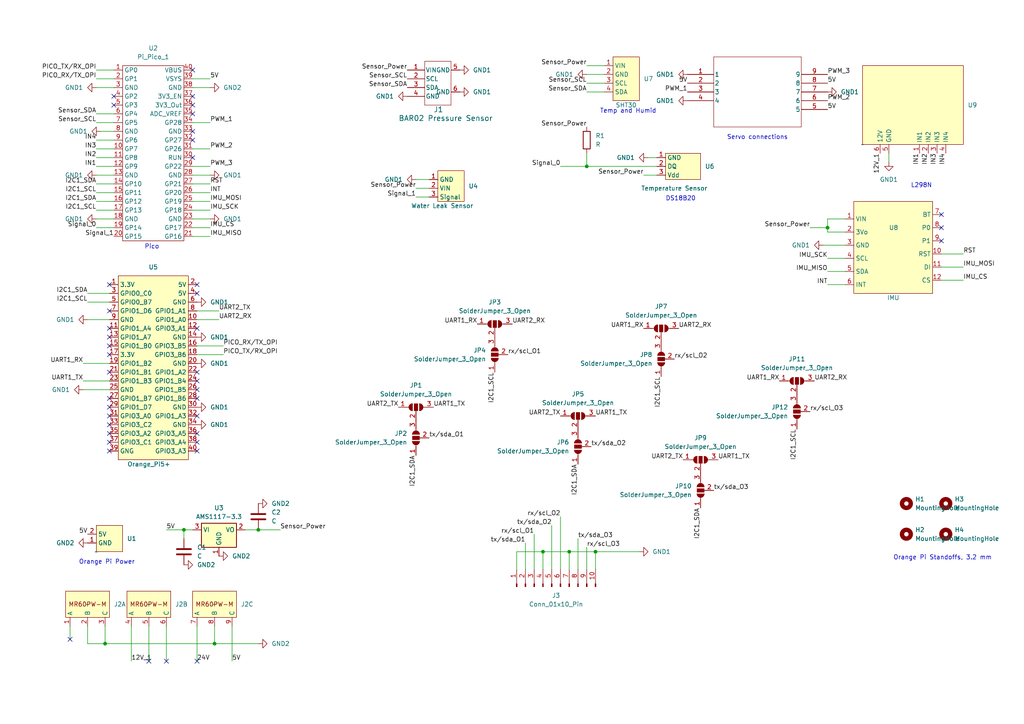
<source format=kicad_sch>
(kicad_sch (version 20230121) (generator eeschema)

  (uuid 0a175b3d-3098-4849-ba4d-564354c470e3)

  (paper "A4")

  (lib_symbols
    (symbol "2024-backplane:MR60PW-M_X3" (in_bom yes) (on_board yes)
      (property "Reference" "J" (at -3.81 11.43 0)
        (effects (font (size 1.27 1.27)))
      )
      (property "Value" "" (at -3.81 6.35 0)
        (effects (font (size 1.27 1.27)))
      )
      (property "Footprint" "2024-backplane:MR60PW-M_X3" (at -6.35 20.32 0)
        (effects (font (size 1.27 1.27)) hide)
      )
      (property "Datasheet" "https://www.tme.com/Document/fd4b3517709a946d7b01cf4810656931/MR60PW-M.pdf" (at -5.08 17.78 0)
        (effects (font (size 1.27 1.27)) hide)
      )
      (symbol "MR60PW-M_X3_1_1"
        (rectangle (start -10.16 10.16) (end 2.54 2.54)
          (stroke (width 0) (type default))
          (fill (type background))
        )
        (text "MR60PW-M\n" (at -3.81 6.35 0)
          (effects (font (size 1.27 1.27)))
        )
        (pin bidirectional line (at -8.89 0 90) (length 2.54)
          (name "A" (effects (font (size 1.27 1.27))))
          (number "1" (effects (font (size 1.27 1.27))))
        )
        (pin bidirectional line (at -3.81 0 90) (length 2.54)
          (name "B" (effects (font (size 1.27 1.27))))
          (number "2" (effects (font (size 1.27 1.27))))
        )
        (pin bidirectional line (at 1.27 0 90) (length 2.54)
          (name "C" (effects (font (size 1.27 1.27))))
          (number "3" (effects (font (size 1.27 1.27))))
        )
      )
      (symbol "MR60PW-M_X3_2_1"
        (rectangle (start -10.16 10.16) (end 2.54 2.54)
          (stroke (width 0) (type default))
          (fill (type background))
        )
        (text "MR60PW-M\n" (at -3.81 6.35 0)
          (effects (font (size 1.27 1.27)))
        )
        (pin bidirectional line (at -8.89 0 90) (length 2.54)
          (name "A" (effects (font (size 1.27 1.27))))
          (number "4" (effects (font (size 1.27 1.27))))
        )
        (pin bidirectional line (at -3.81 0 90) (length 2.54)
          (name "B" (effects (font (size 1.27 1.27))))
          (number "5" (effects (font (size 1.27 1.27))))
        )
        (pin bidirectional line (at 1.27 0 90) (length 2.54)
          (name "C" (effects (font (size 1.27 1.27))))
          (number "6" (effects (font (size 1.27 1.27))))
        )
      )
      (symbol "MR60PW-M_X3_3_1"
        (rectangle (start -10.16 10.16) (end 2.54 2.54)
          (stroke (width 0) (type default))
          (fill (type background))
        )
        (text "MR60PW-M\n" (at -3.81 6.35 0)
          (effects (font (size 1.27 1.27)))
        )
        (pin bidirectional line (at -8.89 0 90) (length 2.54)
          (name "A" (effects (font (size 1.27 1.27))))
          (number "7" (effects (font (size 1.27 1.27))))
        )
        (pin bidirectional line (at -3.81 0 90) (length 2.54)
          (name "B" (effects (font (size 1.27 1.27))))
          (number "8" (effects (font (size 1.27 1.27))))
        )
        (pin bidirectional line (at 1.27 0 90) (length 2.54)
          (name "C" (effects (font (size 1.27 1.27))))
          (number "9" (effects (font (size 1.27 1.27))))
        )
      )
    )
    (symbol "3x3 90 pin header:TSW-103-08-G-T-RA" (pin_names (offset 0.254)) (in_bom yes) (on_board yes)
      (property "Reference" "J" (at 20.32 10.16 0)
        (effects (font (size 1.524 1.524)))
      )
      (property "Value" "TSW-103-08-G-T-RA" (at 20.32 7.62 0)
        (effects (font (size 1.524 1.524)))
      )
      (property "Footprint" "TSW-103-08-T-T-RA_SAI" (at 0 0 0)
        (effects (font (size 1.27 1.27) italic) hide)
      )
      (property "Datasheet" "TSW-103-08-G-T-RA" (at 0 0 0)
        (effects (font (size 1.27 1.27) italic) hide)
      )
      (property "ki_locked" "" (at 0 0 0)
        (effects (font (size 1.27 1.27)))
      )
      (property "ki_keywords" "TSW-103-08-G-T-RA" (at 0 0 0)
        (effects (font (size 1.27 1.27)) hide)
      )
      (property "ki_fp_filters" "TSW-103-08-T-T-RA_SAI" (at 0 0 0)
        (effects (font (size 1.27 1.27)) hide)
      )
      (symbol "TSW-103-08-G-T-RA_0_1"
        (polyline
          (pts
            (xy 7.62 -15.24)
            (xy 33.02 -15.24)
          )
          (stroke (width 0.127) (type default))
          (fill (type none))
        )
        (polyline
          (pts
            (xy 7.62 5.08)
            (xy 7.62 -15.24)
          )
          (stroke (width 0.127) (type default))
          (fill (type none))
        )
        (polyline
          (pts
            (xy 33.02 -15.24)
            (xy 33.02 5.08)
          )
          (stroke (width 0.127) (type default))
          (fill (type none))
        )
        (polyline
          (pts
            (xy 33.02 5.08)
            (xy 7.62 5.08)
          )
          (stroke (width 0.127) (type default))
          (fill (type none))
        )
        (pin unspecified line (at 0 0 0) (length 7.62)
          (name "1" (effects (font (size 1.27 1.27))))
          (number "1" (effects (font (size 1.27 1.27))))
        )
        (pin unspecified line (at 0 -2.54 0) (length 7.62)
          (name "2" (effects (font (size 1.27 1.27))))
          (number "2" (effects (font (size 1.27 1.27))))
        )
        (pin unspecified line (at 0 -5.08 0) (length 7.62)
          (name "3" (effects (font (size 1.27 1.27))))
          (number "3" (effects (font (size 1.27 1.27))))
        )
        (pin unspecified line (at 0 -7.62 0) (length 7.62)
          (name "4" (effects (font (size 1.27 1.27))))
          (number "4" (effects (font (size 1.27 1.27))))
        )
        (pin unspecified line (at 40.64 -10.16 180) (length 7.62)
          (name "5" (effects (font (size 1.27 1.27))))
          (number "5" (effects (font (size 1.27 1.27))))
        )
        (pin unspecified line (at 40.64 -7.62 180) (length 7.62)
          (name "6" (effects (font (size 1.27 1.27))))
          (number "6" (effects (font (size 1.27 1.27))))
        )
        (pin unspecified line (at 40.64 -5.08 180) (length 7.62)
          (name "7" (effects (font (size 1.27 1.27))))
          (number "7" (effects (font (size 1.27 1.27))))
        )
        (pin unspecified line (at 40.64 -2.54 180) (length 7.62)
          (name "8" (effects (font (size 1.27 1.27))))
          (number "8" (effects (font (size 1.27 1.27))))
        )
        (pin unspecified line (at 40.64 0 180) (length 7.62)
          (name "9" (effects (font (size 1.27 1.27))))
          (number "9" (effects (font (size 1.27 1.27))))
        )
      )
    )
    (symbol "Connector:Conn_01x10_Pin" (pin_names (offset 1.016) hide) (in_bom yes) (on_board yes)
      (property "Reference" "J" (at 0 12.7 0)
        (effects (font (size 1.27 1.27)))
      )
      (property "Value" "Conn_01x10_Pin" (at 0 -15.24 0)
        (effects (font (size 1.27 1.27)))
      )
      (property "Footprint" "" (at 0 0 0)
        (effects (font (size 1.27 1.27)) hide)
      )
      (property "Datasheet" "~" (at 0 0 0)
        (effects (font (size 1.27 1.27)) hide)
      )
      (property "ki_locked" "" (at 0 0 0)
        (effects (font (size 1.27 1.27)))
      )
      (property "ki_keywords" "connector" (at 0 0 0)
        (effects (font (size 1.27 1.27)) hide)
      )
      (property "ki_description" "Generic connector, single row, 01x10, script generated" (at 0 0 0)
        (effects (font (size 1.27 1.27)) hide)
      )
      (property "ki_fp_filters" "Connector*:*_1x??_*" (at 0 0 0)
        (effects (font (size 1.27 1.27)) hide)
      )
      (symbol "Conn_01x10_Pin_1_1"
        (polyline
          (pts
            (xy 1.27 -12.7)
            (xy 0.8636 -12.7)
          )
          (stroke (width 0.1524) (type default))
          (fill (type none))
        )
        (polyline
          (pts
            (xy 1.27 -10.16)
            (xy 0.8636 -10.16)
          )
          (stroke (width 0.1524) (type default))
          (fill (type none))
        )
        (polyline
          (pts
            (xy 1.27 -7.62)
            (xy 0.8636 -7.62)
          )
          (stroke (width 0.1524) (type default))
          (fill (type none))
        )
        (polyline
          (pts
            (xy 1.27 -5.08)
            (xy 0.8636 -5.08)
          )
          (stroke (width 0.1524) (type default))
          (fill (type none))
        )
        (polyline
          (pts
            (xy 1.27 -2.54)
            (xy 0.8636 -2.54)
          )
          (stroke (width 0.1524) (type default))
          (fill (type none))
        )
        (polyline
          (pts
            (xy 1.27 0)
            (xy 0.8636 0)
          )
          (stroke (width 0.1524) (type default))
          (fill (type none))
        )
        (polyline
          (pts
            (xy 1.27 2.54)
            (xy 0.8636 2.54)
          )
          (stroke (width 0.1524) (type default))
          (fill (type none))
        )
        (polyline
          (pts
            (xy 1.27 5.08)
            (xy 0.8636 5.08)
          )
          (stroke (width 0.1524) (type default))
          (fill (type none))
        )
        (polyline
          (pts
            (xy 1.27 7.62)
            (xy 0.8636 7.62)
          )
          (stroke (width 0.1524) (type default))
          (fill (type none))
        )
        (polyline
          (pts
            (xy 1.27 10.16)
            (xy 0.8636 10.16)
          )
          (stroke (width 0.1524) (type default))
          (fill (type none))
        )
        (rectangle (start 0.8636 -12.573) (end 0 -12.827)
          (stroke (width 0.1524) (type default))
          (fill (type outline))
        )
        (rectangle (start 0.8636 -10.033) (end 0 -10.287)
          (stroke (width 0.1524) (type default))
          (fill (type outline))
        )
        (rectangle (start 0.8636 -7.493) (end 0 -7.747)
          (stroke (width 0.1524) (type default))
          (fill (type outline))
        )
        (rectangle (start 0.8636 -4.953) (end 0 -5.207)
          (stroke (width 0.1524) (type default))
          (fill (type outline))
        )
        (rectangle (start 0.8636 -2.413) (end 0 -2.667)
          (stroke (width 0.1524) (type default))
          (fill (type outline))
        )
        (rectangle (start 0.8636 0.127) (end 0 -0.127)
          (stroke (width 0.1524) (type default))
          (fill (type outline))
        )
        (rectangle (start 0.8636 2.667) (end 0 2.413)
          (stroke (width 0.1524) (type default))
          (fill (type outline))
        )
        (rectangle (start 0.8636 5.207) (end 0 4.953)
          (stroke (width 0.1524) (type default))
          (fill (type outline))
        )
        (rectangle (start 0.8636 7.747) (end 0 7.493)
          (stroke (width 0.1524) (type default))
          (fill (type outline))
        )
        (rectangle (start 0.8636 10.287) (end 0 10.033)
          (stroke (width 0.1524) (type default))
          (fill (type outline))
        )
        (pin passive line (at 5.08 10.16 180) (length 3.81)
          (name "Pin_1" (effects (font (size 1.27 1.27))))
          (number "1" (effects (font (size 1.27 1.27))))
        )
        (pin passive line (at 5.08 -12.7 180) (length 3.81)
          (name "Pin_10" (effects (font (size 1.27 1.27))))
          (number "10" (effects (font (size 1.27 1.27))))
        )
        (pin passive line (at 5.08 7.62 180) (length 3.81)
          (name "Pin_2" (effects (font (size 1.27 1.27))))
          (number "2" (effects (font (size 1.27 1.27))))
        )
        (pin passive line (at 5.08 5.08 180) (length 3.81)
          (name "Pin_3" (effects (font (size 1.27 1.27))))
          (number "3" (effects (font (size 1.27 1.27))))
        )
        (pin passive line (at 5.08 2.54 180) (length 3.81)
          (name "Pin_4" (effects (font (size 1.27 1.27))))
          (number "4" (effects (font (size 1.27 1.27))))
        )
        (pin passive line (at 5.08 0 180) (length 3.81)
          (name "Pin_5" (effects (font (size 1.27 1.27))))
          (number "5" (effects (font (size 1.27 1.27))))
        )
        (pin passive line (at 5.08 -2.54 180) (length 3.81)
          (name "Pin_6" (effects (font (size 1.27 1.27))))
          (number "6" (effects (font (size 1.27 1.27))))
        )
        (pin passive line (at 5.08 -5.08 180) (length 3.81)
          (name "Pin_7" (effects (font (size 1.27 1.27))))
          (number "7" (effects (font (size 1.27 1.27))))
        )
        (pin passive line (at 5.08 -7.62 180) (length 3.81)
          (name "Pin_8" (effects (font (size 1.27 1.27))))
          (number "8" (effects (font (size 1.27 1.27))))
        )
        (pin passive line (at 5.08 -10.16 180) (length 3.81)
          (name "Pin_9" (effects (font (size 1.27 1.27))))
          (number "9" (effects (font (size 1.27 1.27))))
        )
      )
    )
    (symbol "Device:C" (pin_numbers hide) (pin_names (offset 0.254)) (in_bom yes) (on_board yes)
      (property "Reference" "C" (at 0.635 2.54 0)
        (effects (font (size 1.27 1.27)) (justify left))
      )
      (property "Value" "C" (at 0.635 -2.54 0)
        (effects (font (size 1.27 1.27)) (justify left))
      )
      (property "Footprint" "" (at 0.9652 -3.81 0)
        (effects (font (size 1.27 1.27)) hide)
      )
      (property "Datasheet" "~" (at 0 0 0)
        (effects (font (size 1.27 1.27)) hide)
      )
      (property "ki_keywords" "cap capacitor" (at 0 0 0)
        (effects (font (size 1.27 1.27)) hide)
      )
      (property "ki_description" "Unpolarized capacitor" (at 0 0 0)
        (effects (font (size 1.27 1.27)) hide)
      )
      (property "ki_fp_filters" "C_*" (at 0 0 0)
        (effects (font (size 1.27 1.27)) hide)
      )
      (symbol "C_0_1"
        (polyline
          (pts
            (xy -2.032 -0.762)
            (xy 2.032 -0.762)
          )
          (stroke (width 0.508) (type default))
          (fill (type none))
        )
        (polyline
          (pts
            (xy -2.032 0.762)
            (xy 2.032 0.762)
          )
          (stroke (width 0.508) (type default))
          (fill (type none))
        )
      )
      (symbol "C_1_1"
        (pin passive line (at 0 3.81 270) (length 2.794)
          (name "~" (effects (font (size 1.27 1.27))))
          (number "1" (effects (font (size 1.27 1.27))))
        )
        (pin passive line (at 0 -3.81 90) (length 2.794)
          (name "~" (effects (font (size 1.27 1.27))))
          (number "2" (effects (font (size 1.27 1.27))))
        )
      )
    )
    (symbol "Device:R" (pin_numbers hide) (pin_names (offset 0)) (in_bom yes) (on_board yes)
      (property "Reference" "R" (at 2.032 0 90)
        (effects (font (size 1.27 1.27)))
      )
      (property "Value" "R" (at 0 0 90)
        (effects (font (size 1.27 1.27)))
      )
      (property "Footprint" "" (at -1.778 0 90)
        (effects (font (size 1.27 1.27)) hide)
      )
      (property "Datasheet" "~" (at 0 0 0)
        (effects (font (size 1.27 1.27)) hide)
      )
      (property "ki_keywords" "R res resistor" (at 0 0 0)
        (effects (font (size 1.27 1.27)) hide)
      )
      (property "ki_description" "Resistor" (at 0 0 0)
        (effects (font (size 1.27 1.27)) hide)
      )
      (property "ki_fp_filters" "R_*" (at 0 0 0)
        (effects (font (size 1.27 1.27)) hide)
      )
      (symbol "R_0_1"
        (rectangle (start -1.016 -2.54) (end 1.016 2.54)
          (stroke (width 0.254) (type default))
          (fill (type none))
        )
      )
      (symbol "R_1_1"
        (pin passive line (at 0 3.81 270) (length 1.27)
          (name "~" (effects (font (size 1.27 1.27))))
          (number "1" (effects (font (size 1.27 1.27))))
        )
        (pin passive line (at 0 -3.81 90) (length 1.27)
          (name "~" (effects (font (size 1.27 1.27))))
          (number "2" (effects (font (size 1.27 1.27))))
        )
      )
    )
    (symbol "JST connector:SM04B-GHS-TB" (pin_names (offset 0.254)) (in_bom yes) (on_board yes)
      (property "Reference" "J1" (at 7.62 -11.43 0)
        (effects (font (size 1.524 1.524)) (justify left))
      )
      (property "Value" "BAR02 Pressure Sensor" (at -2.54 -13.97 0)
        (effects (font (size 1.524 1.524)) (justify left))
      )
      (property "Footprint" "MainBoard_Footprints:JST" (at 3.81 6.35 0)
        (effects (font (size 1.27 1.27) italic) hide)
      )
      (property "Datasheet" "SM04B-GHS-TB" (at 5.08 7.62 0)
        (effects (font (size 1.27 1.27) italic) hide)
      )
      (property "ki_locked" "" (at 0 0 0)
        (effects (font (size 1.27 1.27)))
      )
      (property "ki_keywords" "SM04B-GHS-TB" (at 0 0 0)
        (effects (font (size 1.27 1.27)) hide)
      )
      (property "ki_fp_filters" "CONN_SM04B-GHS-TB_JST" (at 0 0 0)
        (effects (font (size 1.27 1.27)) hide)
      )
      (symbol "SM04B-GHS-TB_1_1"
        (polyline
          (pts
            (xy 5.08 -10.16)
            (xy 12.7 -10.16)
          )
          (stroke (width 0.127) (type default))
          (fill (type none))
        )
        (polyline
          (pts
            (xy 5.08 2.54)
            (xy 5.08 -10.16)
          )
          (stroke (width 0.127) (type default))
          (fill (type none))
        )
        (polyline
          (pts
            (xy 12.7 -10.16)
            (xy 12.7 2.54)
          )
          (stroke (width 0.127) (type default))
          (fill (type none))
        )
        (polyline
          (pts
            (xy 12.7 2.54)
            (xy 5.08 2.54)
          )
          (stroke (width 0.127) (type default))
          (fill (type none))
        )
        (pin input line (at 0 0 0) (length 5.08)
          (name "VIN" (effects (font (size 1.27 1.27))))
          (number "1" (effects (font (size 1.27 1.27))))
        )
        (pin bidirectional line (at 0 -2.54 0) (length 5.08)
          (name "SCL" (effects (font (size 1.27 1.27))))
          (number "2" (effects (font (size 1.27 1.27))))
        )
        (pin bidirectional line (at 0 -5.08 0) (length 5.08)
          (name "SDA" (effects (font (size 1.27 1.27))))
          (number "3" (effects (font (size 1.27 1.27))))
        )
        (pin output line (at 0 -7.62 0) (length 5.08)
          (name "GND" (effects (font (size 1.27 1.27))))
          (number "4" (effects (font (size 1.27 1.27))))
        )
        (pin output line (at 15.24 0 180) (length 2.54)
          (name "GND" (effects (font (size 1.27 1.27))))
          (number "5" (effects (font (size 1.27 1.27))))
        )
        (pin output line (at 15.24 -6.35 180) (length 2.54)
          (name "GND" (effects (font (size 1.27 1.27))))
          (number "6" (effects (font (size 1.27 1.27))))
        )
      )
      (symbol "SM04B-GHS-TB_1_2"
        (polyline
          (pts
            (xy 5.08 -10.16)
            (xy 12.7 -10.16)
          )
          (stroke (width 0.127) (type default))
          (fill (type none))
        )
        (polyline
          (pts
            (xy 5.08 2.54)
            (xy 5.08 -10.16)
          )
          (stroke (width 0.127) (type default))
          (fill (type none))
        )
        (polyline
          (pts
            (xy 7.62 -7.62)
            (xy 5.08 -7.62)
          )
          (stroke (width 0.127) (type default))
          (fill (type none))
        )
        (polyline
          (pts
            (xy 7.62 -7.62)
            (xy 8.89 -8.4667)
          )
          (stroke (width 0.127) (type default))
          (fill (type none))
        )
        (polyline
          (pts
            (xy 7.62 -7.62)
            (xy 8.89 -6.7733)
          )
          (stroke (width 0.127) (type default))
          (fill (type none))
        )
        (polyline
          (pts
            (xy 7.62 -5.08)
            (xy 5.08 -5.08)
          )
          (stroke (width 0.127) (type default))
          (fill (type none))
        )
        (polyline
          (pts
            (xy 7.62 -5.08)
            (xy 8.89 -5.9267)
          )
          (stroke (width 0.127) (type default))
          (fill (type none))
        )
        (polyline
          (pts
            (xy 7.62 -5.08)
            (xy 8.89 -4.2333)
          )
          (stroke (width 0.127) (type default))
          (fill (type none))
        )
        (polyline
          (pts
            (xy 7.62 -2.54)
            (xy 5.08 -2.54)
          )
          (stroke (width 0.127) (type default))
          (fill (type none))
        )
        (polyline
          (pts
            (xy 7.62 -2.54)
            (xy 8.89 -3.3867)
          )
          (stroke (width 0.127) (type default))
          (fill (type none))
        )
        (polyline
          (pts
            (xy 7.62 -2.54)
            (xy 8.89 -1.6933)
          )
          (stroke (width 0.127) (type default))
          (fill (type none))
        )
        (polyline
          (pts
            (xy 7.62 0)
            (xy 5.08 0)
          )
          (stroke (width 0.127) (type default))
          (fill (type none))
        )
        (polyline
          (pts
            (xy 7.62 0)
            (xy 8.89 -0.8467)
          )
          (stroke (width 0.127) (type default))
          (fill (type none))
        )
        (polyline
          (pts
            (xy 7.62 0)
            (xy 8.89 0.8467)
          )
          (stroke (width 0.127) (type default))
          (fill (type none))
        )
        (polyline
          (pts
            (xy 12.7 -10.16)
            (xy 12.7 2.54)
          )
          (stroke (width 0.127) (type default))
          (fill (type none))
        )
        (polyline
          (pts
            (xy 12.7 2.54)
            (xy 5.08 2.54)
          )
          (stroke (width 0.127) (type default))
          (fill (type none))
        )
        (pin unspecified line (at 0 0 0) (length 5.08)
          (name "1" (effects (font (size 1.27 1.27))))
          (number "1" (effects (font (size 1.27 1.27))))
        )
        (pin unspecified line (at 0 -2.54 0) (length 5.08)
          (name "2" (effects (font (size 1.27 1.27))))
          (number "2" (effects (font (size 1.27 1.27))))
        )
        (pin unspecified line (at 0 -5.08 0) (length 5.08)
          (name "3" (effects (font (size 1.27 1.27))))
          (number "3" (effects (font (size 1.27 1.27))))
        )
        (pin unspecified line (at 0 -7.62 0) (length 5.08)
          (name "4" (effects (font (size 1.27 1.27))))
          (number "4" (effects (font (size 1.27 1.27))))
        )
      )
    )
    (symbol "Jumper:SolderJumper_3_Open" (pin_names (offset 0) hide) (in_bom yes) (on_board yes)
      (property "Reference" "JP" (at -2.54 -2.54 0)
        (effects (font (size 1.27 1.27)))
      )
      (property "Value" "SolderJumper_3_Open" (at 0 2.794 0)
        (effects (font (size 1.27 1.27)))
      )
      (property "Footprint" "" (at 0 0 0)
        (effects (font (size 1.27 1.27)) hide)
      )
      (property "Datasheet" "~" (at 0 0 0)
        (effects (font (size 1.27 1.27)) hide)
      )
      (property "ki_keywords" "Solder Jumper SPDT" (at 0 0 0)
        (effects (font (size 1.27 1.27)) hide)
      )
      (property "ki_description" "Solder Jumper, 3-pole, open" (at 0 0 0)
        (effects (font (size 1.27 1.27)) hide)
      )
      (property "ki_fp_filters" "SolderJumper*Open*" (at 0 0 0)
        (effects (font (size 1.27 1.27)) hide)
      )
      (symbol "SolderJumper_3_Open_0_1"
        (arc (start -1.016 1.016) (mid -2.0276 0) (end -1.016 -1.016)
          (stroke (width 0) (type default))
          (fill (type none))
        )
        (arc (start -1.016 1.016) (mid -2.0276 0) (end -1.016 -1.016)
          (stroke (width 0) (type default))
          (fill (type outline))
        )
        (rectangle (start -0.508 1.016) (end 0.508 -1.016)
          (stroke (width 0) (type default))
          (fill (type outline))
        )
        (polyline
          (pts
            (xy -2.54 0)
            (xy -2.032 0)
          )
          (stroke (width 0) (type default))
          (fill (type none))
        )
        (polyline
          (pts
            (xy -1.016 1.016)
            (xy -1.016 -1.016)
          )
          (stroke (width 0) (type default))
          (fill (type none))
        )
        (polyline
          (pts
            (xy 0 -1.27)
            (xy 0 -1.016)
          )
          (stroke (width 0) (type default))
          (fill (type none))
        )
        (polyline
          (pts
            (xy 1.016 1.016)
            (xy 1.016 -1.016)
          )
          (stroke (width 0) (type default))
          (fill (type none))
        )
        (polyline
          (pts
            (xy 2.54 0)
            (xy 2.032 0)
          )
          (stroke (width 0) (type default))
          (fill (type none))
        )
        (arc (start 1.016 -1.016) (mid 2.0276 0) (end 1.016 1.016)
          (stroke (width 0) (type default))
          (fill (type none))
        )
        (arc (start 1.016 -1.016) (mid 2.0276 0) (end 1.016 1.016)
          (stroke (width 0) (type default))
          (fill (type outline))
        )
      )
      (symbol "SolderJumper_3_Open_1_1"
        (pin passive line (at -5.08 0 0) (length 2.54)
          (name "A" (effects (font (size 1.27 1.27))))
          (number "1" (effects (font (size 1.27 1.27))))
        )
        (pin passive line (at 0 -3.81 90) (length 2.54)
          (name "C" (effects (font (size 1.27 1.27))))
          (number "2" (effects (font (size 1.27 1.27))))
        )
        (pin passive line (at 5.08 0 180) (length 2.54)
          (name "B" (effects (font (size 1.27 1.27))))
          (number "3" (effects (font (size 1.27 1.27))))
        )
      )
    )
    (symbol "Mechanical:MountingHole" (pin_names (offset 1.016)) (in_bom yes) (on_board yes)
      (property "Reference" "H" (at 0 5.08 0)
        (effects (font (size 1.27 1.27)))
      )
      (property "Value" "MountingHole" (at 0 3.175 0)
        (effects (font (size 1.27 1.27)))
      )
      (property "Footprint" "" (at 0 0 0)
        (effects (font (size 1.27 1.27)) hide)
      )
      (property "Datasheet" "~" (at 0 0 0)
        (effects (font (size 1.27 1.27)) hide)
      )
      (property "ki_keywords" "mounting hole" (at 0 0 0)
        (effects (font (size 1.27 1.27)) hide)
      )
      (property "ki_description" "Mounting Hole without connection" (at 0 0 0)
        (effects (font (size 1.27 1.27)) hide)
      )
      (property "ki_fp_filters" "MountingHole*" (at 0 0 0)
        (effects (font (size 1.27 1.27)) hide)
      )
      (symbol "MountingHole_0_1"
        (circle (center 0 0) (radius 1.27)
          (stroke (width 1.27) (type default))
          (fill (type none))
        )
      )
    )
    (symbol "Orange_Pi5+_GPIO:2x40_GPIO" (in_bom yes) (on_board yes)
      (property "Reference" "U" (at 8.89 55.88 0)
        (effects (font (size 1.27 1.27)))
      )
      (property "Value" "" (at 0 0 0)
        (effects (font (size 1.27 1.27)))
      )
      (property "Footprint" "" (at 0 0 0)
        (effects (font (size 1.27 1.27)) hide)
      )
      (property "Datasheet" "" (at 0 0 0)
        (effects (font (size 1.27 1.27)) hide)
      )
      (symbol "2x40_GPIO_1_1"
        (rectangle (start 0 53.34) (end 20.32 0)
          (stroke (width 0) (type default))
          (fill (type background))
        )
        (pin output line (at -2.54 50.8 0) (length 2.54)
          (name "3.3V" (effects (font (size 1.27 1.27))))
          (number "1" (effects (font (size 1.27 1.27))))
        )
        (pin bidirectional line (at 22.86 40.64 180) (length 2.54)
          (name "GPIO1_A0" (effects (font (size 1.27 1.27))))
          (number "10" (effects (font (size 1.27 1.27))))
        )
        (pin bidirectional line (at -2.54 38.1 0) (length 2.54)
          (name "GPIO1_A4" (effects (font (size 1.27 1.27))))
          (number "11" (effects (font (size 1.27 1.27))))
        )
        (pin bidirectional line (at 22.86 38.1 180) (length 2.54)
          (name "GPIO3_A1" (effects (font (size 1.27 1.27))))
          (number "12" (effects (font (size 1.27 1.27))))
        )
        (pin bidirectional line (at -2.54 35.56 0) (length 2.54)
          (name "GPIO1_A7" (effects (font (size 1.27 1.27))))
          (number "13" (effects (font (size 1.27 1.27))))
        )
        (pin input line (at 22.86 35.56 180) (length 2.54)
          (name "GND" (effects (font (size 1.27 1.27))))
          (number "14" (effects (font (size 1.27 1.27))))
        )
        (pin bidirectional line (at -2.54 33.02 0) (length 2.54)
          (name "GPIO1_B0" (effects (font (size 1.27 1.27))))
          (number "15" (effects (font (size 1.27 1.27))))
        )
        (pin bidirectional line (at 22.86 33.02 180) (length 2.54)
          (name "GPIO3_B5" (effects (font (size 1.27 1.27))))
          (number "16" (effects (font (size 1.27 1.27))))
        )
        (pin output line (at -2.54 30.48 0) (length 2.54)
          (name "3.3V" (effects (font (size 1.27 1.27))))
          (number "17" (effects (font (size 1.27 1.27))))
        )
        (pin bidirectional line (at 22.86 30.48 180) (length 2.54)
          (name "GPIO3_B6" (effects (font (size 1.27 1.27))))
          (number "18" (effects (font (size 1.27 1.27))))
        )
        (pin bidirectional line (at -2.54 27.94 0) (length 2.54)
          (name "GPIO1_B2" (effects (font (size 1.27 1.27))))
          (number "19" (effects (font (size 1.27 1.27))))
        )
        (pin output line (at 22.86 50.8 180) (length 2.54)
          (name "5V" (effects (font (size 1.27 1.27))))
          (number "2" (effects (font (size 1.27 1.27))))
        )
        (pin input line (at 22.86 27.94 180) (length 2.54)
          (name "GND" (effects (font (size 1.27 1.27))))
          (number "20" (effects (font (size 1.27 1.27))))
        )
        (pin bidirectional line (at -2.54 25.4 0) (length 2.54)
          (name "GPIO1_B1" (effects (font (size 1.27 1.27))))
          (number "21" (effects (font (size 1.27 1.27))))
        )
        (pin bidirectional line (at 22.86 25.4 180) (length 2.54)
          (name "GPIO1_A2" (effects (font (size 1.27 1.27))))
          (number "22" (effects (font (size 1.27 1.27))))
        )
        (pin bidirectional line (at -2.54 22.86 0) (length 2.54)
          (name "GPIO1_B3" (effects (font (size 1.27 1.27))))
          (number "23" (effects (font (size 1.27 1.27))))
        )
        (pin bidirectional line (at 22.86 22.86 180) (length 2.54)
          (name "GPIO1_B4" (effects (font (size 1.27 1.27))))
          (number "24" (effects (font (size 1.27 1.27))))
        )
        (pin input line (at -2.54 20.32 0) (length 2.54)
          (name "GND" (effects (font (size 1.27 1.27))))
          (number "25" (effects (font (size 1.27 1.27))))
        )
        (pin bidirectional line (at 22.86 20.32 180) (length 2.54)
          (name "GPIO1_B5" (effects (font (size 1.27 1.27))))
          (number "26" (effects (font (size 1.27 1.27))))
        )
        (pin bidirectional line (at -2.54 17.78 0) (length 2.54)
          (name "GPIO1_B7" (effects (font (size 1.27 1.27))))
          (number "27" (effects (font (size 1.27 1.27))))
        )
        (pin bidirectional line (at 22.86 17.78 180) (length 2.54)
          (name "GPIO1_B6" (effects (font (size 1.27 1.27))))
          (number "28" (effects (font (size 1.27 1.27))))
        )
        (pin bidirectional line (at -2.54 15.24 0) (length 2.54)
          (name "GPIO1_D7" (effects (font (size 1.27 1.27))))
          (number "29" (effects (font (size 1.27 1.27))))
        )
        (pin bidirectional line (at -2.54 48.26 0) (length 2.54)
          (name "GPIO0_C0" (effects (font (size 1.27 1.27))))
          (number "3" (effects (font (size 1.27 1.27))))
        )
        (pin input line (at 22.86 15.24 180) (length 2.54)
          (name "GND" (effects (font (size 1.27 1.27))))
          (number "30" (effects (font (size 1.27 1.27))))
        )
        (pin bidirectional line (at -2.54 12.7 0) (length 2.54)
          (name "GPIO3_A0" (effects (font (size 1.27 1.27))))
          (number "31" (effects (font (size 1.27 1.27))))
        )
        (pin bidirectional line (at 22.86 12.7 180) (length 2.54)
          (name "GPIO1_A3" (effects (font (size 1.27 1.27))))
          (number "32" (effects (font (size 1.27 1.27))))
        )
        (pin bidirectional line (at -2.54 10.16 0) (length 2.54)
          (name "GPIO3_C2" (effects (font (size 1.27 1.27))))
          (number "33" (effects (font (size 1.27 1.27))))
        )
        (pin input line (at 22.86 10.16 180) (length 2.54)
          (name "GND" (effects (font (size 1.27 1.27))))
          (number "34" (effects (font (size 1.27 1.27))))
        )
        (pin bidirectional line (at -2.54 7.62 0) (length 2.54)
          (name "GPIO3_A2" (effects (font (size 1.27 1.27))))
          (number "35" (effects (font (size 1.27 1.27))))
        )
        (pin bidirectional line (at 22.86 7.62 180) (length 2.54)
          (name "GPIO3_A5" (effects (font (size 1.27 1.27))))
          (number "36" (effects (font (size 1.27 1.27))))
        )
        (pin bidirectional line (at -2.54 5.08 0) (length 2.54)
          (name "GPIO3_C1" (effects (font (size 1.27 1.27))))
          (number "37" (effects (font (size 1.27 1.27))))
        )
        (pin bidirectional line (at 22.86 5.08 180) (length 2.54)
          (name "GPIO3_A4" (effects (font (size 1.27 1.27))))
          (number "38" (effects (font (size 1.27 1.27))))
        )
        (pin input line (at -2.54 2.54 0) (length 2.54)
          (name "GNG" (effects (font (size 1.27 1.27))))
          (number "39" (effects (font (size 1.27 1.27))))
        )
        (pin output line (at 22.86 48.26 180) (length 2.54)
          (name "5V" (effects (font (size 1.27 1.27))))
          (number "4" (effects (font (size 1.27 1.27))))
        )
        (pin bidirectional line (at 22.86 2.54 180) (length 2.54)
          (name "GPIO3_A3" (effects (font (size 1.27 1.27))))
          (number "40" (effects (font (size 1.27 1.27))))
        )
        (pin bidirectional line (at -2.54 45.72 0) (length 2.54)
          (name "GPIO0_B7" (effects (font (size 1.27 1.27))))
          (number "5" (effects (font (size 1.27 1.27))))
        )
        (pin input line (at 22.86 45.72 180) (length 2.54)
          (name "GND" (effects (font (size 1.27 1.27))))
          (number "6" (effects (font (size 1.27 1.27))))
        )
        (pin bidirectional line (at -2.54 43.18 0) (length 2.54)
          (name "GPIO1_D6" (effects (font (size 1.27 1.27))))
          (number "7" (effects (font (size 1.27 1.27))))
        )
        (pin bidirectional line (at 22.86 43.18 180) (length 2.54)
          (name "GPIO1_A1" (effects (font (size 1.27 1.27))))
          (number "8" (effects (font (size 1.27 1.27))))
        )
        (pin input line (at -2.54 40.64 0) (length 2.54)
          (name "GND" (effects (font (size 1.27 1.27))))
          (number "9" (effects (font (size 1.27 1.27))))
        )
      )
    )
    (symbol "Orange_Pi5+_GPIO:Power_Out" (in_bom yes) (on_board yes)
      (property "Reference" "U1" (at 8.89 3.81 0)
        (effects (font (size 1.27 1.27)) (justify left))
      )
      (property "Value" "~" (at 0 0 0)
        (effects (font (size 1.27 1.27)))
      )
      (property "Footprint" "Connector_PinHeader_2.54mm:PinHeader_1x02_P2.54mm_Horizontal" (at 0 0 0)
        (effects (font (size 1.27 1.27)) hide)
      )
      (property "Datasheet" "" (at 0 0 0)
        (effects (font (size 1.27 1.27)) hide)
      )
      (symbol "Power_Out_1_1"
        (rectangle (start 0 7.62) (end 7.62 0)
          (stroke (width 0) (type default))
          (fill (type background))
        )
        (pin input line (at -2.54 2.54 0) (length 2.54)
          (name "GND" (effects (font (size 1.27 1.27))))
          (number "1" (effects (font (size 1.27 1.27))))
        )
        (pin output line (at -2.54 5.08 0) (length 2.54)
          (name "5V" (effects (font (size 1.27 1.27))))
          (number "2" (effects (font (size 1.27 1.27))))
        )
      )
    )
    (symbol "Pi_Pico:Pi_Pico_1" (in_bom yes) (on_board yes)
      (property "Reference" "U" (at 0 19.05 0)
        (effects (font (size 1.27 1.27)))
      )
      (property "Value" "Pi_Pico_1" (at 0 0 0)
        (effects (font (size 1.27 1.27)))
      )
      (property "Footprint" "" (at 0 0 0)
        (effects (font (size 1.27 1.27)) hide)
      )
      (property "Datasheet" "" (at 0 0 0)
        (effects (font (size 1.27 1.27)) hide)
      )
      (symbol "Pi_Pico_1_0_1"
        (rectangle (start -8.89 17.78) (end 8.89 -33.02)
          (stroke (width 0) (type default))
          (fill (type none))
        )
      )
      (symbol "Pi_Pico_1_1_1"
        (pin bidirectional line (at -11.43 16.51 0) (length 2.54)
          (name "GP0" (effects (font (size 1.27 1.27))))
          (number "1" (effects (font (size 1.27 1.27))))
        )
        (pin bidirectional line (at -11.43 -6.35 0) (length 2.54)
          (name "GP7" (effects (font (size 1.27 1.27))))
          (number "10" (effects (font (size 1.27 1.27))))
        )
        (pin bidirectional line (at -11.43 -8.89 0) (length 2.54)
          (name "GP8" (effects (font (size 1.27 1.27))))
          (number "11" (effects (font (size 1.27 1.27))))
        )
        (pin bidirectional line (at -11.43 -11.43 0) (length 2.54)
          (name "GP9" (effects (font (size 1.27 1.27))))
          (number "12" (effects (font (size 1.27 1.27))))
        )
        (pin power_in line (at -11.43 -13.97 0) (length 2.54)
          (name "GND" (effects (font (size 1.27 1.27))))
          (number "13" (effects (font (size 1.27 1.27))))
        )
        (pin bidirectional line (at -11.43 -16.51 0) (length 2.54)
          (name "GP10" (effects (font (size 1.27 1.27))))
          (number "14" (effects (font (size 1.27 1.27))))
        )
        (pin bidirectional line (at -11.43 -19.05 0) (length 2.54)
          (name "GP11" (effects (font (size 1.27 1.27))))
          (number "15" (effects (font (size 1.27 1.27))))
        )
        (pin bidirectional line (at -11.43 -21.59 0) (length 2.54)
          (name "GP12" (effects (font (size 1.27 1.27))))
          (number "16" (effects (font (size 1.27 1.27))))
        )
        (pin bidirectional line (at -11.43 -24.13 0) (length 2.54)
          (name "GP13" (effects (font (size 1.27 1.27))))
          (number "17" (effects (font (size 1.27 1.27))))
        )
        (pin power_in line (at -11.43 -26.67 0) (length 2.54)
          (name "GND" (effects (font (size 1.27 1.27))))
          (number "18" (effects (font (size 1.27 1.27))))
        )
        (pin bidirectional line (at -11.43 -29.21 0) (length 2.54)
          (name "GP14" (effects (font (size 1.27 1.27))))
          (number "19" (effects (font (size 1.27 1.27))))
        )
        (pin bidirectional line (at -11.43 13.97 0) (length 2.54)
          (name "GP1" (effects (font (size 1.27 1.27))))
          (number "2" (effects (font (size 1.27 1.27))))
        )
        (pin bidirectional line (at -11.43 -31.75 0) (length 2.54)
          (name "GP15" (effects (font (size 1.27 1.27))))
          (number "20" (effects (font (size 1.27 1.27))))
        )
        (pin bidirectional line (at 11.43 -31.75 180) (length 2.54)
          (name "GP16" (effects (font (size 1.27 1.27))))
          (number "21" (effects (font (size 1.27 1.27))))
        )
        (pin bidirectional line (at 11.43 -29.21 180) (length 2.54)
          (name "GP17" (effects (font (size 1.27 1.27))))
          (number "22" (effects (font (size 1.27 1.27))))
        )
        (pin power_in line (at 11.43 -26.67 180) (length 2.54)
          (name "GND" (effects (font (size 1.27 1.27))))
          (number "23" (effects (font (size 1.27 1.27))))
        )
        (pin bidirectional line (at 11.43 -24.13 180) (length 2.54)
          (name "GP18" (effects (font (size 1.27 1.27))))
          (number "24" (effects (font (size 1.27 1.27))))
        )
        (pin bidirectional line (at 11.43 -21.59 180) (length 2.54)
          (name "GP19" (effects (font (size 1.27 1.27))))
          (number "25" (effects (font (size 1.27 1.27))))
        )
        (pin bidirectional line (at 11.43 -19.05 180) (length 2.54)
          (name "GP20" (effects (font (size 1.27 1.27))))
          (number "26" (effects (font (size 1.27 1.27))))
        )
        (pin bidirectional line (at 11.43 -16.51 180) (length 2.54)
          (name "GP21" (effects (font (size 1.27 1.27))))
          (number "27" (effects (font (size 1.27 1.27))))
        )
        (pin power_in line (at 11.43 -13.97 180) (length 2.54)
          (name "GND" (effects (font (size 1.27 1.27))))
          (number "28" (effects (font (size 1.27 1.27))))
        )
        (pin bidirectional line (at 11.43 -11.43 180) (length 2.54)
          (name "GP22" (effects (font (size 1.27 1.27))))
          (number "29" (effects (font (size 1.27 1.27))))
        )
        (pin power_in line (at -11.43 11.43 0) (length 2.54)
          (name "GND" (effects (font (size 1.27 1.27))))
          (number "3" (effects (font (size 1.27 1.27))))
        )
        (pin input line (at 11.43 -8.89 180) (length 2.54)
          (name "RUN" (effects (font (size 1.27 1.27))))
          (number "30" (effects (font (size 1.27 1.27))))
        )
        (pin bidirectional line (at 11.43 -6.35 180) (length 2.54)
          (name "GP26" (effects (font (size 1.27 1.27))))
          (number "31" (effects (font (size 1.27 1.27))))
        )
        (pin bidirectional line (at 11.43 -3.81 180) (length 2.54)
          (name "GP27" (effects (font (size 1.27 1.27))))
          (number "32" (effects (font (size 1.27 1.27))))
        )
        (pin power_in line (at 11.43 -1.27 180) (length 2.54)
          (name "GND" (effects (font (size 1.27 1.27))))
          (number "33" (effects (font (size 1.27 1.27))))
        )
        (pin bidirectional line (at 11.43 1.27 180) (length 2.54)
          (name "GP28" (effects (font (size 1.27 1.27))))
          (number "34" (effects (font (size 1.27 1.27))))
        )
        (pin bidirectional line (at 11.43 3.81 180) (length 2.54)
          (name "ADC_VREF" (effects (font (size 1.27 1.27))))
          (number "35" (effects (font (size 1.27 1.27))))
        )
        (pin power_out line (at 11.43 6.35 180) (length 2.54)
          (name "3V3_Out" (effects (font (size 1.27 1.27))))
          (number "36" (effects (font (size 1.27 1.27))))
        )
        (pin input line (at 11.43 8.89 180) (length 2.54)
          (name "3V3_EN" (effects (font (size 1.27 1.27))))
          (number "37" (effects (font (size 1.27 1.27))))
        )
        (pin power_in line (at 11.43 11.43 180) (length 2.54)
          (name "GND" (effects (font (size 1.27 1.27))))
          (number "38" (effects (font (size 1.27 1.27))))
        )
        (pin power_in line (at 11.43 13.97 180) (length 2.54)
          (name "VSYS" (effects (font (size 1.27 1.27))))
          (number "39" (effects (font (size 1.27 1.27))))
        )
        (pin bidirectional line (at -11.43 8.89 0) (length 2.54)
          (name "GP2" (effects (font (size 1.27 1.27))))
          (number "4" (effects (font (size 1.27 1.27))))
        )
        (pin power_in line (at 11.43 16.51 180) (length 2.54)
          (name "VBUS" (effects (font (size 1.27 1.27))))
          (number "40" (effects (font (size 1.27 1.27))))
        )
        (pin bidirectional line (at -11.43 6.35 0) (length 2.54)
          (name "GP3" (effects (font (size 1.27 1.27))))
          (number "5" (effects (font (size 1.27 1.27))))
        )
        (pin bidirectional line (at -11.43 3.81 0) (length 2.54)
          (name "GP4" (effects (font (size 1.27 1.27))))
          (number "6" (effects (font (size 1.27 1.27))))
        )
        (pin bidirectional line (at -11.43 1.27 0) (length 2.54)
          (name "GP5" (effects (font (size 1.27 1.27))))
          (number "7" (effects (font (size 1.27 1.27))))
        )
        (pin power_in line (at -11.43 -1.27 0) (length 2.54)
          (name "GND" (effects (font (size 1.27 1.27))))
          (number "8" (effects (font (size 1.27 1.27))))
        )
        (pin bidirectional line (at -11.43 -3.81 0) (length 2.54)
          (name "GP6" (effects (font (size 1.27 1.27))))
          (number "9" (effects (font (size 1.27 1.27))))
        )
      )
    )
    (symbol "Regulator_Linear:AMS1117-3.3" (in_bom yes) (on_board yes)
      (property "Reference" "U" (at -3.81 3.175 0)
        (effects (font (size 1.27 1.27)))
      )
      (property "Value" "AMS1117-3.3" (at 0 3.175 0)
        (effects (font (size 1.27 1.27)) (justify left))
      )
      (property "Footprint" "Package_TO_SOT_SMD:SOT-223-3_TabPin2" (at 0 5.08 0)
        (effects (font (size 1.27 1.27)) hide)
      )
      (property "Datasheet" "http://www.advanced-monolithic.com/pdf/ds1117.pdf" (at 2.54 -6.35 0)
        (effects (font (size 1.27 1.27)) hide)
      )
      (property "ki_keywords" "linear regulator ldo fixed positive" (at 0 0 0)
        (effects (font (size 1.27 1.27)) hide)
      )
      (property "ki_description" "1A Low Dropout regulator, positive, 3.3V fixed output, SOT-223" (at 0 0 0)
        (effects (font (size 1.27 1.27)) hide)
      )
      (property "ki_fp_filters" "SOT?223*TabPin2*" (at 0 0 0)
        (effects (font (size 1.27 1.27)) hide)
      )
      (symbol "AMS1117-3.3_0_1"
        (rectangle (start -5.08 -5.08) (end 5.08 1.905)
          (stroke (width 0.254) (type default))
          (fill (type background))
        )
      )
      (symbol "AMS1117-3.3_1_1"
        (pin power_in line (at 0 -7.62 90) (length 2.54)
          (name "GND" (effects (font (size 1.27 1.27))))
          (number "1" (effects (font (size 1.27 1.27))))
        )
        (pin power_out line (at 7.62 0 180) (length 2.54)
          (name "VO" (effects (font (size 1.27 1.27))))
          (number "2" (effects (font (size 1.27 1.27))))
        )
        (pin power_in line (at -7.62 0 0) (length 2.54)
          (name "VI" (effects (font (size 1.27 1.27))))
          (number "3" (effects (font (size 1.27 1.27))))
        )
      )
    )
    (symbol "Sensors&Servos:DS18B20" (in_bom yes) (on_board yes)
      (property "Reference" "U" (at 2.54 8.89 0)
        (effects (font (size 1.27 1.27)))
      )
      (property "Value" "" (at 0 0 0)
        (effects (font (size 1.27 1.27)))
      )
      (property "Footprint" "" (at 0 0 0)
        (effects (font (size 1.27 1.27)) hide)
      )
      (property "Datasheet" "" (at 0 0 0)
        (effects (font (size 1.27 1.27)) hide)
      )
      (symbol "DS18B20_1_1"
        (rectangle (start 0 7.62) (end 10.16 0)
          (stroke (width 0) (type default))
          (fill (type background))
        )
        (pin output line (at -2.54 6.35 0) (length 2.54)
          (name "GND" (effects (font (size 1.27 1.27))))
          (number "1" (effects (font (size 1.27 1.27))))
        )
        (pin bidirectional line (at -2.54 3.81 0) (length 2.54)
          (name "DQ" (effects (font (size 1.27 1.27))))
          (number "2" (effects (font (size 1.27 1.27))))
        )
        (pin input line (at -2.54 1.27 0) (length 2.54)
          (name "Vdd" (effects (font (size 1.27 1.27))))
          (number "3" (effects (font (size 1.27 1.27))))
        )
      )
    )
    (symbol "Sensors&Servos:IMU" (in_bom yes) (on_board yes)
      (property "Reference" "U" (at 11.43 29.21 0)
        (effects (font (size 1.27 1.27)))
      )
      (property "Value" "" (at 0 0 0)
        (effects (font (size 1.27 1.27)))
      )
      (property "Footprint" "" (at 0 0 0)
        (effects (font (size 1.27 1.27)) hide)
      )
      (property "Datasheet" "" (at 0 0 0)
        (effects (font (size 1.27 1.27)) hide)
      )
      (symbol "IMU_1_1"
        (rectangle (start 0 26.67) (end 22.86 0)
          (stroke (width 0) (type default))
          (fill (type background))
        )
        (pin input line (at -2.54 21.59 0) (length 2.54)
          (name "VIN" (effects (font (size 1.27 1.27))))
          (number "1" (effects (font (size 1.27 1.27))))
        )
        (pin bidirectional line (at 25.4 11.43 180) (length 2.54)
          (name "RST" (effects (font (size 1.27 1.27))))
          (number "10" (effects (font (size 1.27 1.27))))
        )
        (pin bidirectional line (at 25.4 7.62 180) (length 2.54)
          (name "DI" (effects (font (size 1.27 1.27))))
          (number "11" (effects (font (size 1.27 1.27))))
        )
        (pin bidirectional line (at 25.4 3.81 180) (length 2.54)
          (name "CS" (effects (font (size 1.27 1.27))))
          (number "12" (effects (font (size 1.27 1.27))))
        )
        (pin input line (at -2.54 17.78 0) (length 2.54)
          (name "3Vo" (effects (font (size 1.27 1.27))))
          (number "2" (effects (font (size 1.27 1.27))))
        )
        (pin output line (at -2.54 13.97 0) (length 2.54)
          (name "GND" (effects (font (size 1.27 1.27))))
          (number "3" (effects (font (size 1.27 1.27))))
        )
        (pin bidirectional line (at -2.54 10.16 0) (length 2.54)
          (name "SCL" (effects (font (size 1.27 1.27))))
          (number "4" (effects (font (size 1.27 1.27))))
        )
        (pin bidirectional line (at -2.54 6.35 0) (length 2.54)
          (name "SDA" (effects (font (size 1.27 1.27))))
          (number "5" (effects (font (size 1.27 1.27))))
        )
        (pin bidirectional line (at -2.54 2.54 0) (length 2.54)
          (name "INT" (effects (font (size 1.27 1.27))))
          (number "6" (effects (font (size 1.27 1.27))))
        )
        (pin bidirectional line (at 25.4 22.86 180) (length 2.54)
          (name "BT" (effects (font (size 1.27 1.27))))
          (number "7" (effects (font (size 1.27 1.27))))
        )
        (pin bidirectional line (at 25.4 19.05 180) (length 2.54)
          (name "P0" (effects (font (size 1.27 1.27))))
          (number "8" (effects (font (size 1.27 1.27))))
        )
        (pin bidirectional line (at 25.4 15.24 180) (length 2.54)
          (name "P1" (effects (font (size 1.27 1.27))))
          (number "9" (effects (font (size 1.27 1.27))))
        )
      )
    )
    (symbol "Sensors&Servos:L298N_pins" (in_bom yes) (on_board yes)
      (property "Reference" "U11" (at 11.43 15.24 0)
        (effects (font (size 1.27 1.27)) (justify left))
      )
      (property "Value" "~" (at 0 0 0)
        (effects (font (size 1.27 1.27)))
      )
      (property "Footprint" "MainBoard_Footprints:L298N" (at 0 0 0)
        (effects (font (size 1.27 1.27)) hide)
      )
      (property "Datasheet" "" (at 0 0 0)
        (effects (font (size 1.27 1.27)) hide)
      )
      (symbol "L298N_pins_1_1"
        (rectangle (start 0 22.86) (end 29.21 0)
          (stroke (width 0) (type default))
          (fill (type background))
        )
        (pin bidirectional line (at 16.51 -2.54 90) (length 2.54)
          (name "IN1" (effects (font (size 1.27 1.27))))
          (number "1" (effects (font (size 1.27 1.27))))
        )
        (pin bidirectional line (at 19.05 -2.54 90) (length 2.54)
          (name "IN2" (effects (font (size 1.27 1.27))))
          (number "2" (effects (font (size 1.27 1.27))))
        )
        (pin bidirectional line (at 21.59 -2.54 90) (length 2.54)
          (name "IN3" (effects (font (size 1.27 1.27))))
          (number "3" (effects (font (size 1.27 1.27))))
        )
        (pin bidirectional line (at 24.13 -2.54 90) (length 2.54)
          (name "IN4" (effects (font (size 1.27 1.27))))
          (number "4" (effects (font (size 1.27 1.27))))
        )
        (pin output line (at 7.62 -2.54 90) (length 2.54)
          (name "GND" (effects (font (size 1.27 1.27))))
          (number "5" (effects (font (size 1.27 1.27))))
        )
        (pin input line (at 5.08 -2.54 90) (length 2.54)
          (name "12V" (effects (font (size 1.27 1.27))))
          (number "6" (effects (font (size 1.27 1.27))))
        )
      )
    )
    (symbol "Sensors&Servos:Temp_Humidity" (in_bom yes) (on_board yes)
      (property "Reference" "U" (at 3.81 13.97 0)
        (effects (font (size 1.27 1.27)))
      )
      (property "Value" "" (at 0 -1.27 0)
        (effects (font (size 1.27 1.27)))
      )
      (property "Footprint" "" (at 0 -1.27 0)
        (effects (font (size 1.27 1.27)) hide)
      )
      (property "Datasheet" "" (at 0 -1.27 0)
        (effects (font (size 1.27 1.27)) hide)
      )
      (symbol "Temp_Humidity_1_1"
        (rectangle (start 0 12.7) (end 7.62 0)
          (stroke (width 0) (type default))
          (fill (type background))
        )
        (pin input line (at -2.54 10.16 0) (length 2.54)
          (name "VIN" (effects (font (size 1.27 1.27))))
          (number "1" (effects (font (size 1.27 1.27))))
        )
        (pin output line (at -2.54 7.62 0) (length 2.54)
          (name "GND" (effects (font (size 1.27 1.27))))
          (number "2" (effects (font (size 1.27 1.27))))
        )
        (pin bidirectional line (at -2.54 5.08 0) (length 2.54)
          (name "SCL" (effects (font (size 1.27 1.27))))
          (number "3" (effects (font (size 1.27 1.27))))
        )
        (pin bidirectional line (at -2.54 2.54 0) (length 2.54)
          (name "SDA" (effects (font (size 1.27 1.27))))
          (number "4" (effects (font (size 1.27 1.27))))
        )
      )
    )
    (symbol "Sensors&Servos:Water_Leak" (in_bom yes) (on_board yes)
      (property "Reference" "U5" (at 8.89 4.445 0)
        (effects (font (size 1.27 1.27)) (justify left))
      )
      (property "Value" "Water Level Sensor" (at 2.54 -1.27 0)
        (effects (font (size 1.27 1.27)))
      )
      (property "Footprint" "Connector_PinHeader_2.54mm:PinHeader_1x03_P2.54mm_Vertical" (at 0 0 0)
        (effects (font (size 1.27 1.27)) hide)
      )
      (property "Datasheet" "" (at 0 0 0)
        (effects (font (size 1.27 1.27)) hide)
      )
      (symbol "Water_Leak_1_1"
        (rectangle (start 0 8.89) (end 7.62 0)
          (stroke (width 0) (type default))
          (fill (type background))
        )
        (pin output line (at -2.54 6.35 0) (length 2.54)
          (name "GND" (effects (font (size 1.27 1.27))))
          (number "1" (effects (font (size 1.27 1.27))))
        )
        (pin input line (at -2.54 3.81 0) (length 2.54)
          (name "VIN" (effects (font (size 1.27 1.27))))
          (number "2" (effects (font (size 1.27 1.27))))
        )
        (pin bidirectional line (at -2.54 1.27 0) (length 2.54)
          (name "Signal" (effects (font (size 1.27 1.27))))
          (number "3" (effects (font (size 1.27 1.27))))
        )
      )
    )
    (symbol "power:GND1" (power) (pin_names (offset 0)) (in_bom yes) (on_board yes)
      (property "Reference" "#PWR" (at 0 -6.35 0)
        (effects (font (size 1.27 1.27)) hide)
      )
      (property "Value" "GND1" (at 0 -3.81 0)
        (effects (font (size 1.27 1.27)))
      )
      (property "Footprint" "" (at 0 0 0)
        (effects (font (size 1.27 1.27)) hide)
      )
      (property "Datasheet" "" (at 0 0 0)
        (effects (font (size 1.27 1.27)) hide)
      )
      (property "ki_keywords" "global power" (at 0 0 0)
        (effects (font (size 1.27 1.27)) hide)
      )
      (property "ki_description" "Power symbol creates a global label with name \"GND1\" , ground" (at 0 0 0)
        (effects (font (size 1.27 1.27)) hide)
      )
      (symbol "GND1_0_1"
        (polyline
          (pts
            (xy 0 0)
            (xy 0 -1.27)
            (xy 1.27 -1.27)
            (xy 0 -2.54)
            (xy -1.27 -1.27)
            (xy 0 -1.27)
          )
          (stroke (width 0) (type default))
          (fill (type none))
        )
      )
      (symbol "GND1_1_1"
        (pin power_in line (at 0 0 270) (length 0) hide
          (name "GND1" (effects (font (size 1.27 1.27))))
          (number "1" (effects (font (size 1.27 1.27))))
        )
      )
    )
    (symbol "power:GND2" (power) (pin_names (offset 0)) (in_bom yes) (on_board yes)
      (property "Reference" "#PWR" (at 0 -6.35 0)
        (effects (font (size 1.27 1.27)) hide)
      )
      (property "Value" "GND2" (at 0 -3.81 0)
        (effects (font (size 1.27 1.27)))
      )
      (property "Footprint" "" (at 0 0 0)
        (effects (font (size 1.27 1.27)) hide)
      )
      (property "Datasheet" "" (at 0 0 0)
        (effects (font (size 1.27 1.27)) hide)
      )
      (property "ki_keywords" "global power" (at 0 0 0)
        (effects (font (size 1.27 1.27)) hide)
      )
      (property "ki_description" "Power symbol creates a global label with name \"GND2\" , ground" (at 0 0 0)
        (effects (font (size 1.27 1.27)) hide)
      )
      (symbol "GND2_0_1"
        (polyline
          (pts
            (xy 0 0)
            (xy 0 -1.27)
            (xy 1.27 -1.27)
            (xy 0 -2.54)
            (xy -1.27 -1.27)
            (xy 0 -1.27)
          )
          (stroke (width 0) (type default))
          (fill (type none))
        )
      )
      (symbol "GND2_1_1"
        (pin power_in line (at 0 0 270) (length 0) hide
          (name "GND2" (effects (font (size 1.27 1.27))))
          (number "1" (effects (font (size 1.27 1.27))))
        )
      )
    )
  )

  (junction (at 172.72 160.02) (diameter 0) (color 0 0 0 0)
    (uuid 0020abb6-915e-4315-bdb5-91b4c3473e1c)
  )
  (junction (at 170.18 48.26) (diameter 0) (color 0 0 0 0)
    (uuid 20e68114-e3fe-4fe2-89f7-3bbf0ddc64c1)
  )
  (junction (at 240.03 66.04) (diameter 0) (color 0 0 0 0)
    (uuid 69350180-c2ef-484b-bc98-5adf148a6d04)
  )
  (junction (at 53.34 153.67) (diameter 0) (color 0 0 0 0)
    (uuid 771dfa88-96e9-4723-b5bb-46039b360b04)
  )
  (junction (at 74.93 153.67) (diameter 0) (color 0 0 0 0)
    (uuid aca13f4d-0e2c-471d-a062-20bb755e8c9b)
  )
  (junction (at 62.23 186.69) (diameter 0) (color 0 0 0 0)
    (uuid b30a3383-f114-4029-bcb8-d8b75cfc3fcc)
  )
  (junction (at 157.48 160.02) (diameter 0) (color 0 0 0 0)
    (uuid d5bcf2eb-f20b-44b2-8c88-0da30ea6b120)
  )
  (junction (at 30.48 186.69) (diameter 0) (color 0 0 0 0)
    (uuid e0a5430f-c043-4fc1-9728-7fc5cc5ee2ab)
  )
  (junction (at 165.1 160.02) (diameter 0) (color 0 0 0 0)
    (uuid e12a9bcd-0f75-4d5d-9ab6-fcf154bd6910)
  )

  (no_connect (at 57.15 113.03) (uuid 0c22ee40-ddf7-4e2a-a1cd-45844c63ab97))
  (no_connect (at 57.15 115.57) (uuid 17b437d2-7c39-438e-8c68-92d60931fe7f))
  (no_connect (at 57.15 110.49) (uuid 1aaaa813-b425-4caf-b775-1c8fe385f970))
  (no_connect (at 48.26 191.77) (uuid 1b371e67-f67e-44b3-a02b-fe61a050bebe))
  (no_connect (at 55.88 40.64) (uuid 257b380b-e471-47b2-bc72-a99fc2a0163b))
  (no_connect (at 31.75 130.81) (uuid 274fb235-3a00-43bf-94c2-ebb8e33243d3))
  (no_connect (at 31.75 102.87) (uuid 2f14cba5-1892-4ba8-bea6-a282dbd0dd39))
  (no_connect (at 31.75 97.79) (uuid 3f97c8a4-ad83-4bd8-a921-4dcfe54d9d10))
  (no_connect (at 33.02 27.94) (uuid 426aa30a-71e6-4532-a984-90d590c136f0))
  (no_connect (at 273.05 69.85) (uuid 4dbac4ff-cc6f-49e2-9e6b-0c0ebceaf4ad))
  (no_connect (at 31.75 125.73) (uuid 5319b522-b783-4684-bef5-436c5d471814))
  (no_connect (at 57.15 82.55) (uuid 532a9569-3f83-4951-8f4f-cbb64de8d091))
  (no_connect (at 43.18 191.77) (uuid 5a05d96c-f2d3-410c-81a9-63e85055464d))
  (no_connect (at 57.15 191.77) (uuid 5cb29d49-82dd-42f4-90b1-e0acbcc87f04))
  (no_connect (at 57.15 128.27) (uuid 5ec93f7e-65c7-49f9-a02e-3f912ad99f6d))
  (no_connect (at 55.88 30.48) (uuid 75018afc-44ff-42bd-8ff9-8ba51bfdc8bf))
  (no_connect (at 55.88 38.1) (uuid 75180b24-2c22-43b4-bdf1-b17c87607fe0))
  (no_connect (at 57.15 125.73) (uuid 7665f050-4c81-4a1f-864c-8cf2d215992c))
  (no_connect (at 31.75 120.65) (uuid 79516d7e-314a-4700-8b91-3b6a65402ac4))
  (no_connect (at 55.88 27.94) (uuid 79cf55a5-261f-497f-afd4-79a9f0552a57))
  (no_connect (at 20.32 185.42) (uuid 7e114667-27c8-47fb-94a1-2412bb4b6faa))
  (no_connect (at 55.88 20.32) (uuid 8456bfe2-764e-45f0-aaff-385a610b9a93))
  (no_connect (at 273.05 62.23) (uuid 8e7aa35b-bea3-47de-8bdb-59af61f312e0))
  (no_connect (at 31.75 118.11) (uuid 8f3520e8-f6c4-4af5-bcae-8d709899bfd7))
  (no_connect (at 57.15 85.09) (uuid 906de438-225d-4790-bfca-6a71c063f962))
  (no_connect (at 273.05 66.04) (uuid 928bc8f6-50f6-4e65-8620-58b22ac2f641))
  (no_connect (at 55.88 45.72) (uuid 95be0e5a-0dee-4b0e-9fa7-b6562256dc94))
  (no_connect (at 31.75 115.57) (uuid a1cea6b3-90ac-4351-93e0-90897dbba8aa))
  (no_connect (at 31.75 123.19) (uuid a418c0ba-4750-4add-846a-ac72fc619dc6))
  (no_connect (at 31.75 95.25) (uuid b53dda82-611b-457f-b23b-116da05c146e))
  (no_connect (at 33.02 30.48) (uuid b5e974d3-825f-457a-81e1-d197e6a2c99d))
  (no_connect (at 31.75 100.33) (uuid ba60eeac-da28-4d60-976d-ae9cc899e262))
  (no_connect (at 57.15 130.81) (uuid be2eacb9-d3c0-4888-b9c4-2ea941e8fa6f))
  (no_connect (at 57.15 120.65) (uuid c54e9d98-40e0-4caa-9017-68e53109a78d))
  (no_connect (at 55.88 33.02) (uuid cc0ed218-7585-40db-a887-834729334bfe))
  (no_connect (at 57.15 107.95) (uuid cc9b063b-eafc-4568-9f30-210d7e60d534))
  (no_connect (at 31.75 82.55) (uuid d106630e-ba16-49f5-95e9-05fa701cb4e7))
  (no_connect (at 57.15 95.25) (uuid eeda13a9-b3c1-401d-8efc-93e98e08bcd8))
  (no_connect (at 31.75 107.95) (uuid f4f8076e-cef9-4874-9682-88bc34f7e802))
  (no_connect (at 31.75 128.27) (uuid f6d94413-9a1c-430f-afed-830758f1c496))
  (no_connect (at 31.75 90.17) (uuid fbb6e2a6-5768-4936-b115-bb2090e4fa92))

  (wire (pts (xy 162.56 149.86) (xy 162.56 165.1))
    (stroke (width 0) (type default))
    (uuid 06664fdb-920b-4a60-be93-21af2b657b95)
  )
  (wire (pts (xy 165.1 160.02) (xy 172.72 160.02))
    (stroke (width 0) (type default))
    (uuid 09add9f9-9604-44fa-a82d-75f9fbcc2bfd)
  )
  (wire (pts (xy 30.48 186.69) (xy 62.23 186.69))
    (stroke (width 0) (type default))
    (uuid 0a99e612-9fea-4b5d-a499-b2442d60b04e)
  )
  (wire (pts (xy 27.94 20.32) (xy 33.02 20.32))
    (stroke (width 0) (type default))
    (uuid 0b16bfca-e144-4d10-84e0-53796b12187a)
  )
  (wire (pts (xy 57.15 102.87) (xy 64.77 102.87))
    (stroke (width 0) (type default))
    (uuid 0bed4b3c-2e79-4284-8c35-0f81ba6be0d5)
  )
  (wire (pts (xy 170.18 48.26) (xy 190.5 48.26))
    (stroke (width 0) (type default))
    (uuid 0c3137dc-e3d3-4bbe-a80a-93078e692ede)
  )
  (wire (pts (xy 257.81 46.99) (xy 257.81 44.45))
    (stroke (width 0) (type default))
    (uuid 1368bcd3-3e1b-47b9-a50e-b984b2e485eb)
  )
  (wire (pts (xy 53.34 153.67) (xy 53.34 156.21))
    (stroke (width 0) (type default))
    (uuid 13eb3bed-e62f-4e87-8508-85e1c60c03da)
  )
  (wire (pts (xy 55.88 25.4) (xy 60.96 25.4))
    (stroke (width 0) (type default))
    (uuid 1711bee0-af68-4155-beda-5defe6c4e10e)
  )
  (wire (pts (xy 160.02 152.4) (xy 160.02 165.1))
    (stroke (width 0) (type default))
    (uuid 17210bc5-57ca-4080-a3e3-7cdbb3a9f866)
  )
  (wire (pts (xy 62.23 186.69) (xy 74.93 186.69))
    (stroke (width 0) (type default))
    (uuid 1883fccb-3cfa-4176-a43f-35f146689ad3)
  )
  (wire (pts (xy 167.64 156.21) (xy 167.64 165.1))
    (stroke (width 0) (type default))
    (uuid 18b99118-ec0b-424c-9d61-3d53c1763126)
  )
  (wire (pts (xy 120.65 57.15) (xy 124.46 57.15))
    (stroke (width 0) (type default))
    (uuid 1fbfdbb1-591f-4bda-9eb8-4f05ee2e5644)
  )
  (wire (pts (xy 55.88 55.88) (xy 60.96 55.88))
    (stroke (width 0) (type default))
    (uuid 21d6f809-ae14-4f8c-95a7-72a49c7c88aa)
  )
  (wire (pts (xy 55.88 58.42) (xy 60.96 58.42))
    (stroke (width 0) (type default))
    (uuid 22108df9-594a-4f75-aaea-f95729b88237)
  )
  (wire (pts (xy 27.94 55.88) (xy 33.02 55.88))
    (stroke (width 0) (type default))
    (uuid 25f04259-0366-4590-9c78-096c02487598)
  )
  (wire (pts (xy 170.18 21.59) (xy 175.26 21.59))
    (stroke (width 0) (type default))
    (uuid 26427f9c-f222-46e2-a8a5-618b38032e78)
  )
  (wire (pts (xy 27.94 60.96) (xy 33.02 60.96))
    (stroke (width 0) (type default))
    (uuid 2b13a521-afe6-4578-aae0-8b1671a78d19)
  )
  (wire (pts (xy 157.48 160.02) (xy 157.48 165.1))
    (stroke (width 0) (type default))
    (uuid 2d28037c-9743-4d4d-ac50-4f62506ab149)
  )
  (wire (pts (xy 55.88 60.96) (xy 60.96 60.96))
    (stroke (width 0) (type default))
    (uuid 2e2568cc-0e80-43d8-b14e-5163e093c0b5)
  )
  (wire (pts (xy 27.94 58.42) (xy 33.02 58.42))
    (stroke (width 0) (type default))
    (uuid 35bc45d4-385c-40b7-96d2-223a91ddf9db)
  )
  (wire (pts (xy 279.4 81.28) (xy 273.05 81.28))
    (stroke (width 0) (type default))
    (uuid 39593a0e-09dc-45ea-aa46-3483440b49bd)
  )
  (wire (pts (xy 27.94 40.64) (xy 33.02 40.64))
    (stroke (width 0) (type default))
    (uuid 3f4142d1-9b5e-4822-8110-912ecbd556b1)
  )
  (wire (pts (xy 240.03 78.74) (xy 245.11 78.74))
    (stroke (width 0) (type default))
    (uuid 497ff4fa-d73c-498e-bdc7-f5314eed18c9)
  )
  (wire (pts (xy 240.03 66.04) (xy 240.03 67.31))
    (stroke (width 0) (type default))
    (uuid 4de647d7-5f9a-4e55-871c-29677f40595c)
  )
  (wire (pts (xy 27.94 25.4) (xy 33.02 25.4))
    (stroke (width 0) (type default))
    (uuid 4e65396c-7cb9-489d-b4ce-5bb76c85cdc1)
  )
  (wire (pts (xy 172.72 160.02) (xy 185.42 160.02))
    (stroke (width 0) (type default))
    (uuid 5705d0f7-b128-4fff-8b3d-7ac7cafef5b3)
  )
  (wire (pts (xy 238.76 71.12) (xy 245.11 71.12))
    (stroke (width 0) (type default))
    (uuid 57b082ba-48b8-4ddf-a3b5-fd6f52edb4fd)
  )
  (wire (pts (xy 170.18 24.13) (xy 175.26 24.13))
    (stroke (width 0) (type default))
    (uuid 5c3441a0-171d-496b-a649-fcc578ddd2b0)
  )
  (wire (pts (xy 170.18 26.67) (xy 175.26 26.67))
    (stroke (width 0) (type default))
    (uuid 60403d4c-210c-4926-a038-b56f409d81df)
  )
  (wire (pts (xy 43.18 181.61) (xy 43.18 191.77))
    (stroke (width 0) (type default))
    (uuid 605741fc-b2b2-437b-ab4b-e5f7252433ac)
  )
  (wire (pts (xy 55.88 68.58) (xy 60.96 68.58))
    (stroke (width 0) (type default))
    (uuid 650f5f92-eb47-4604-8bcd-0bc1e69efdd3)
  )
  (wire (pts (xy 27.94 50.8) (xy 33.02 50.8))
    (stroke (width 0) (type default))
    (uuid 6517857a-eee6-4d22-9879-297965774a61)
  )
  (wire (pts (xy 279.4 77.47) (xy 273.05 77.47))
    (stroke (width 0) (type default))
    (uuid 66fa5f0c-91d0-4269-bb52-c8e1eb316703)
  )
  (wire (pts (xy 25.4 186.69) (xy 30.48 186.69))
    (stroke (width 0) (type default))
    (uuid 67f442c9-2733-41fc-b258-0673a69802b6)
  )
  (wire (pts (xy 25.4 181.61) (xy 25.4 186.69))
    (stroke (width 0) (type default))
    (uuid 681c956e-b06e-4018-b532-ad9ad4d51563)
  )
  (wire (pts (xy 71.12 153.67) (xy 74.93 153.67))
    (stroke (width 0) (type default))
    (uuid 6ff6407a-a0d2-48a9-b7b8-9d2363bf0d5b)
  )
  (wire (pts (xy 240.03 63.5) (xy 245.11 63.5))
    (stroke (width 0) (type default))
    (uuid 70668a6e-253b-4751-9244-e355bf682c23)
  )
  (wire (pts (xy 240.03 63.5) (xy 240.03 66.04))
    (stroke (width 0) (type default))
    (uuid 71058065-2ff1-4a59-b93a-7cde15f41811)
  )
  (wire (pts (xy 27.94 33.02) (xy 33.02 33.02))
    (stroke (width 0) (type default))
    (uuid 71bfd6c2-da6f-4c9c-b0a0-e4f1c469b2d8)
  )
  (wire (pts (xy 240.03 82.55) (xy 245.11 82.55))
    (stroke (width 0) (type default))
    (uuid 73ed2f59-42cc-43ce-8e02-5cc2de901916)
  )
  (wire (pts (xy 62.23 181.61) (xy 62.23 186.69))
    (stroke (width 0) (type default))
    (uuid 75a1ef9e-b5ef-4924-ba34-a3aca6e8fbe2)
  )
  (wire (pts (xy 154.94 154.94) (xy 154.94 165.1))
    (stroke (width 0) (type default))
    (uuid 7651f41c-249f-48e1-9270-6540e6df6e14)
  )
  (wire (pts (xy 29.21 38.1) (xy 33.02 38.1))
    (stroke (width 0) (type default))
    (uuid 77eb16a1-d44a-441c-b4ee-6513e441afe4)
  )
  (wire (pts (xy 27.94 43.18) (xy 33.02 43.18))
    (stroke (width 0) (type default))
    (uuid 79f4797e-a4c7-4bb9-a2c3-1c7e60ba98a4)
  )
  (wire (pts (xy 55.88 66.04) (xy 60.96 66.04))
    (stroke (width 0) (type default))
    (uuid 7eb5f217-dc12-4575-a732-9c3da70cb742)
  )
  (wire (pts (xy 57.15 90.17) (xy 63.5 90.17))
    (stroke (width 0) (type default))
    (uuid 82c2eb9a-25f0-4fd2-b1f9-c74a8ce0ad8f)
  )
  (wire (pts (xy 240.03 74.93) (xy 245.11 74.93))
    (stroke (width 0) (type default))
    (uuid 865a9a1d-5739-465e-83e4-db777eb2ca20)
  )
  (wire (pts (xy 157.48 160.02) (xy 165.1 160.02))
    (stroke (width 0) (type default))
    (uuid 874b34be-c3cb-4dd8-a818-fa5f48a92919)
  )
  (wire (pts (xy 60.96 43.18) (xy 55.88 43.18))
    (stroke (width 0) (type default))
    (uuid 8b011c29-bc1d-4bc7-a000-f4b5a6e0181b)
  )
  (wire (pts (xy 24.13 105.41) (xy 31.75 105.41))
    (stroke (width 0) (type default))
    (uuid 90aa47e7-c021-4266-b7ee-40392b83b79d)
  )
  (wire (pts (xy 25.4 92.71) (xy 31.75 92.71))
    (stroke (width 0) (type default))
    (uuid 90b25632-cb9d-4b31-90a5-4d6d386aafd3)
  )
  (wire (pts (xy 27.94 66.04) (xy 33.02 66.04))
    (stroke (width 0) (type default))
    (uuid 9301383d-b471-4630-b7de-c2ddcbe454ce)
  )
  (wire (pts (xy 162.56 48.26) (xy 170.18 48.26))
    (stroke (width 0) (type default))
    (uuid 94b29cc2-dea8-4b56-a539-2b4e6f439f97)
  )
  (wire (pts (xy 30.48 181.61) (xy 30.48 186.69))
    (stroke (width 0) (type default))
    (uuid 985fa2f2-3338-4a11-b7cb-d0208a0cc24d)
  )
  (wire (pts (xy 24.13 113.03) (xy 31.75 113.03))
    (stroke (width 0) (type default))
    (uuid 98b682cc-c958-4d32-8e0e-731a08636390)
  )
  (wire (pts (xy 24.13 110.49) (xy 31.75 110.49))
    (stroke (width 0) (type default))
    (uuid 9cae0ca4-f13f-4942-ad3d-652ae0ac300f)
  )
  (wire (pts (xy 25.4 87.63) (xy 31.75 87.63))
    (stroke (width 0) (type default))
    (uuid 9dc8fc3a-6fac-48c1-94d4-7887b356d45d)
  )
  (wire (pts (xy 27.94 45.72) (xy 33.02 45.72))
    (stroke (width 0) (type default))
    (uuid a51d6fa7-5e8c-4084-9986-6bd60fd71c21)
  )
  (wire (pts (xy 27.94 35.56) (xy 33.02 35.56))
    (stroke (width 0) (type default))
    (uuid accda2f1-1851-464d-b01c-e236f4bf4eae)
  )
  (wire (pts (xy 53.34 153.67) (xy 55.88 153.67))
    (stroke (width 0) (type default))
    (uuid b0959249-673b-4bb1-9b6b-0652c9a466ec)
  )
  (wire (pts (xy 27.94 53.34) (xy 33.02 53.34))
    (stroke (width 0) (type default))
    (uuid b2b32f6e-e241-4da1-b163-65f907f71ccf)
  )
  (wire (pts (xy 27.94 22.86) (xy 33.02 22.86))
    (stroke (width 0) (type default))
    (uuid b45ddbc2-b73f-4db1-9397-1da04f4bfda6)
  )
  (wire (pts (xy 120.65 52.07) (xy 124.46 52.07))
    (stroke (width 0) (type default))
    (uuid b4b9f49f-060e-49d1-8022-2b24940ac73c)
  )
  (wire (pts (xy 57.15 92.71) (xy 63.5 92.71))
    (stroke (width 0) (type default))
    (uuid b52ae8a8-1bbc-4e7f-b328-f12b892f3492)
  )
  (wire (pts (xy 60.96 35.56) (xy 55.88 35.56))
    (stroke (width 0) (type default))
    (uuid b8479fdb-5862-405e-ae40-c91cdfce3839)
  )
  (wire (pts (xy 170.18 158.75) (xy 170.18 165.1))
    (stroke (width 0) (type default))
    (uuid b967fd73-0922-42d8-8614-db692c9a4f81)
  )
  (wire (pts (xy 187.96 45.72) (xy 190.5 45.72))
    (stroke (width 0) (type default))
    (uuid ba82f038-8993-40d4-ad10-ef72be785b45)
  )
  (wire (pts (xy 38.1 181.61) (xy 38.1 191.77))
    (stroke (width 0) (type default))
    (uuid bc48325e-c63d-4b74-93aa-71cd0c08029f)
  )
  (wire (pts (xy 120.65 54.61) (xy 124.46 54.61))
    (stroke (width 0) (type default))
    (uuid c21d76a9-12b3-40a4-8673-02d72af0345b)
  )
  (wire (pts (xy 25.4 85.09) (xy 31.75 85.09))
    (stroke (width 0) (type default))
    (uuid c4c37646-81cc-4efc-8ff5-f9eb907c52ac)
  )
  (wire (pts (xy 20.32 181.61) (xy 20.32 185.42))
    (stroke (width 0) (type default))
    (uuid c7e1a465-d3fd-4ad4-ad5e-6ee8058285c7)
  )
  (wire (pts (xy 55.88 53.34) (xy 60.96 53.34))
    (stroke (width 0) (type default))
    (uuid cbf015bf-9fa2-4411-8e74-522622ddf14d)
  )
  (wire (pts (xy 170.18 19.05) (xy 175.26 19.05))
    (stroke (width 0) (type default))
    (uuid d0290af8-32ed-4fe4-ab11-4e7c412ed07c)
  )
  (wire (pts (xy 240.03 67.31) (xy 245.11 67.31))
    (stroke (width 0) (type default))
    (uuid d135fbf2-cda2-485e-94bd-4506829033de)
  )
  (wire (pts (xy 27.94 63.5) (xy 33.02 63.5))
    (stroke (width 0) (type default))
    (uuid d19213e4-5d96-413d-9b37-ccf26cf3b1a1)
  )
  (wire (pts (xy 48.26 181.61) (xy 48.26 191.77))
    (stroke (width 0) (type default))
    (uuid d7828254-ed90-4f99-a628-4a307f62bed4)
  )
  (wire (pts (xy 172.72 160.02) (xy 172.72 165.1))
    (stroke (width 0) (type default))
    (uuid d901ffda-3b49-4b81-81c0-55c824ec803c)
  )
  (wire (pts (xy 55.88 48.26) (xy 60.96 48.26))
    (stroke (width 0) (type default))
    (uuid d936c320-a4b2-47e1-9ac9-d98a033fb2fa)
  )
  (wire (pts (xy 170.18 44.45) (xy 170.18 48.26))
    (stroke (width 0) (type default))
    (uuid dad099f8-c451-4d2a-b772-ffa4e480997f)
  )
  (wire (pts (xy 186.69 50.8) (xy 190.5 50.8))
    (stroke (width 0) (type default))
    (uuid ddde0358-57d2-421f-80db-ef077ded95ab)
  )
  (wire (pts (xy 152.4 157.48) (xy 152.4 165.1))
    (stroke (width 0) (type default))
    (uuid e0268bc0-ff41-4c5d-91a2-f944a3f2f005)
  )
  (wire (pts (xy 57.15 181.61) (xy 57.15 191.77))
    (stroke (width 0) (type default))
    (uuid e5702c12-cba8-4971-bc6c-d48cff47bc43)
  )
  (wire (pts (xy 57.15 100.33) (xy 64.77 100.33))
    (stroke (width 0) (type default))
    (uuid e69aef9f-0c3e-4239-be5a-c7eafb1021d9)
  )
  (wire (pts (xy 165.1 160.02) (xy 165.1 165.1))
    (stroke (width 0) (type default))
    (uuid e984f152-2db7-436c-a4a7-3dbb9a71c7c7)
  )
  (wire (pts (xy 149.86 160.02) (xy 149.86 165.1))
    (stroke (width 0) (type default))
    (uuid ea3d654c-7c37-4ea5-93c5-e0d6c1351a96)
  )
  (wire (pts (xy 149.86 160.02) (xy 157.48 160.02))
    (stroke (width 0) (type default))
    (uuid eca06abc-d2a9-4bd1-94eb-1e72f37fd243)
  )
  (wire (pts (xy 279.4 73.66) (xy 273.05 73.66))
    (stroke (width 0) (type default))
    (uuid eda9a3d1-d0a6-4d3b-8189-f8f778552efb)
  )
  (wire (pts (xy 55.88 50.8) (xy 60.96 50.8))
    (stroke (width 0) (type default))
    (uuid eee5240f-9018-4cc8-910f-0a29ca403aaa)
  )
  (wire (pts (xy 74.93 153.67) (xy 81.28 153.67))
    (stroke (width 0) (type default))
    (uuid ef555957-68da-4bf9-acc7-64f62cebd1b6)
  )
  (wire (pts (xy 67.31 181.61) (xy 67.31 191.77))
    (stroke (width 0) (type default))
    (uuid ef8ac831-57eb-4d11-9945-0d45c666aacb)
  )
  (wire (pts (xy 27.94 48.26) (xy 33.02 48.26))
    (stroke (width 0) (type default))
    (uuid f1795d56-981e-4b90-94be-f8fc055c1619)
  )
  (wire (pts (xy 55.88 63.5) (xy 60.96 63.5))
    (stroke (width 0) (type default))
    (uuid f19a635b-4236-4f4a-b2a8-792eb8a33d2f)
  )
  (wire (pts (xy 234.95 66.04) (xy 240.03 66.04))
    (stroke (width 0) (type default))
    (uuid f8af5825-1208-4b3c-94dd-c482ba131248)
  )
  (wire (pts (xy 48.26 153.67) (xy 53.34 153.67))
    (stroke (width 0) (type default))
    (uuid fa761d99-3aca-456e-96f7-76a475f0c5af)
  )
  (wire (pts (xy 55.88 22.86) (xy 60.96 22.86))
    (stroke (width 0) (type default))
    (uuid fd8776c6-6293-453c-ad12-7dc62b45886d)
  )

  (text "DS18B20\n" (at 193.04 58.42 0)
    (effects (font (size 1.27 1.27)) (justify left bottom))
    (uuid 05d8f784-b841-41d8-bc54-dd169469c3f6)
  )
  (text "Orange Pi Power\n" (at 22.86 163.83 0)
    (effects (font (size 1.27 1.27)) (justify left bottom))
    (uuid 0c6e25fb-aed9-4dbd-a43f-e163e32cf616)
  )
  (text "Orange Pi Standoffs, 3.2 mm\n" (at 259.08 162.56 0)
    (effects (font (size 1.27 1.27)) (justify left bottom))
    (uuid 1b94d732-5a50-4324-a8ba-d01cfb0a727e)
  )
  (text "Servo connections" (at 210.82 40.64 0)
    (effects (font (size 1.27 1.27)) (justify left bottom))
    (uuid 5831cc77-eda2-4cf8-947e-78946827aa87)
  )
  (text "Temp and Humid\n" (at 173.99 33.02 0)
    (effects (font (size 1.27 1.27)) (justify left bottom))
    (uuid 723e97e1-e785-4ad9-90f5-be307eb4489e)
  )
  (text "L298N\n" (at 264.16 54.61 0)
    (effects (font (size 1.27 1.27)) (justify left bottom))
    (uuid c1ddc4ea-86c4-4963-a724-f343f670823e)
  )
  (text "Pico" (at 41.91 72.39 0)
    (effects (font (size 1.27 1.27)) (justify left bottom))
    (uuid f145113a-1438-4a11-93e3-02f3bbc176a7)
  )

  (label "IN4" (at 27.94 40.64 180) (fields_autoplaced)
    (effects (font (size 1.27 1.27)) (justify right bottom))
    (uuid 09ce9811-a071-4a53-bfea-be3489d52883)
  )
  (label "PICO_TX{slash}RX_OPI" (at 27.94 20.32 180) (fields_autoplaced)
    (effects (font (size 1.27 1.27)) (justify right bottom))
    (uuid 0db15b90-2d1d-40fd-b279-5a1aeb9f5bb2)
  )
  (label "UART2_TX" (at 115.57 118.11 180) (fields_autoplaced)
    (effects (font (size 1.27 1.27)) (justify right bottom))
    (uuid 0f09e1ff-e1a1-4f89-85b5-4e38f4c19057)
  )
  (label "I2C1_SDA" (at 27.94 58.42 180) (fields_autoplaced)
    (effects (font (size 1.27 1.27)) (justify right bottom))
    (uuid 12d3bf31-4ac6-4ac5-bbd8-bf9e2b422945)
  )
  (label "I2C1_SCL" (at 27.94 55.88 180) (fields_autoplaced)
    (effects (font (size 1.27 1.27)) (justify right bottom))
    (uuid 17c36aae-24ac-4635-8106-34433b3e590e)
  )
  (label "Sensor_Power" (at 186.69 50.8 180) (fields_autoplaced)
    (effects (font (size 1.27 1.27)) (justify right bottom))
    (uuid 1a8bb754-9ca7-4d3d-85ae-52dbee4cf1e3)
  )
  (label "IMU_CS" (at 60.96 66.04 0) (fields_autoplaced)
    (effects (font (size 1.27 1.27)) (justify left bottom))
    (uuid 1a8fe5ff-6dcc-4f51-bf53-d1aac4a3a038)
  )
  (label "Sensor_SCL" (at 27.94 35.56 180) (fields_autoplaced)
    (effects (font (size 1.27 1.27)) (justify right bottom))
    (uuid 1dceebfd-34bb-4094-8d1a-46b4427e2663)
  )
  (label "PWM_3" (at 240.03 21.59 0) (fields_autoplaced)
    (effects (font (size 1.27 1.27)) (justify left bottom))
    (uuid 1e2b7381-e639-40b8-9ae1-bd59a431c787)
  )
  (label "PWM_1" (at 199.39 26.67 180) (fields_autoplaced)
    (effects (font (size 1.27 1.27)) (justify right bottom))
    (uuid 204f9ad1-b707-4328-bdf2-7c03e49254ff)
  )
  (label "UART1_TX" (at 208.28 133.35 0) (fields_autoplaced)
    (effects (font (size 1.27 1.27)) (justify left bottom))
    (uuid 207d1808-a632-4a61-8e15-85174aa07ac4)
  )
  (label "I2C1_SCL" (at 27.94 60.96 180) (fields_autoplaced)
    (effects (font (size 1.27 1.27)) (justify right bottom))
    (uuid 2082edbf-e370-4db9-b0fc-5c5d57d7c173)
  )
  (label "PICO_RX{slash}TX_OPI" (at 64.77 100.33 0) (fields_autoplaced)
    (effects (font (size 1.27 1.27)) (justify left bottom))
    (uuid 23303aa6-e35e-4504-ac6e-2f8d8eda74f0)
  )
  (label "5V" (at 25.4 154.94 180) (fields_autoplaced)
    (effects (font (size 1.27 1.27)) (justify right bottom))
    (uuid 25ad1682-a468-47a7-9980-963f769d4f74)
  )
  (label "RST" (at 279.4 73.66 0) (fields_autoplaced)
    (effects (font (size 1.27 1.27)) (justify left bottom))
    (uuid 26769145-2895-4e7b-8c72-95e920810fd1)
  )
  (label "PWM_3" (at 60.96 48.26 0) (fields_autoplaced)
    (effects (font (size 1.27 1.27)) (justify left bottom))
    (uuid 28b18bcd-6010-4c0e-b65c-a9d7f43cc643)
  )
  (label "UART2_RX" (at 63.5 92.71 0) (fields_autoplaced)
    (effects (font (size 1.27 1.27)) (justify left bottom))
    (uuid 2a4bd34b-3b5f-4dec-9771-8f6c5c62a79d)
  )
  (label "UART1_RX" (at 24.13 105.41 180) (fields_autoplaced)
    (effects (font (size 1.27 1.27)) (justify right bottom))
    (uuid 2c228567-ad9c-4e14-895f-318a2ee767ff)
  )
  (label "rx{slash}scl_O3" (at 170.18 158.75 0) (fields_autoplaced)
    (effects (font (size 1.27 1.27)) (justify left bottom))
    (uuid 2df06555-066a-4d0e-a2a5-a1eec55e05bb)
  )
  (label "5V" (at 60.96 22.86 0) (fields_autoplaced)
    (effects (font (size 1.27 1.27)) (justify left bottom))
    (uuid 326fda6b-7010-4325-ae8d-4fd3f733e046)
  )
  (label "IMU_MISO" (at 240.03 78.74 180) (fields_autoplaced)
    (effects (font (size 1.27 1.27)) (justify right bottom))
    (uuid 37230d49-e484-4fcc-9dea-baac30bab6e2)
  )
  (label "rx{slash}scl_O1" (at 154.94 154.94 180) (fields_autoplaced)
    (effects (font (size 1.27 1.27)) (justify right bottom))
    (uuid 38384596-d7d6-430b-9432-5d4ec853737e)
  )
  (label "INT" (at 60.96 55.88 0) (fields_autoplaced)
    (effects (font (size 1.27 1.27)) (justify left bottom))
    (uuid 399f6b9a-45e9-4463-bef0-93acb4c4c7f8)
  )
  (label "IMU_SCK" (at 240.03 74.93 180) (fields_autoplaced)
    (effects (font (size 1.27 1.27)) (justify right bottom))
    (uuid 47786431-827f-4c6d-8847-90a77768cc60)
  )
  (label "UART2_RX" (at 196.85 95.25 0) (fields_autoplaced)
    (effects (font (size 1.27 1.27)) (justify left bottom))
    (uuid 482f63a3-b925-4c53-94b3-6801dd58aae8)
  )
  (label "UART1_RX" (at 226.06 110.49 180) (fields_autoplaced)
    (effects (font (size 1.27 1.27)) (justify right bottom))
    (uuid 497a21ba-4ddd-4a21-8e34-8ffe1df8f412)
  )
  (label "Sensor_SCL" (at 170.18 24.13 180) (fields_autoplaced)
    (effects (font (size 1.27 1.27)) (justify right bottom))
    (uuid 4dea7cf1-12c5-454e-b6ed-29bb53da0c8b)
  )
  (label "UART2_RX" (at 148.59 93.98 0) (fields_autoplaced)
    (effects (font (size 1.27 1.27)) (justify left bottom))
    (uuid 512e7b43-1165-4111-808b-ac73e84b74ac)
  )
  (label "tx{slash}sda_O2" (at 160.02 152.4 180) (fields_autoplaced)
    (effects (font (size 1.27 1.27)) (justify right bottom))
    (uuid 5260d9fd-10ba-4471-9183-ff57eab1f9e3)
  )
  (label "rx{slash}scl_O2" (at 195.58 104.14 0) (fields_autoplaced)
    (effects (font (size 1.27 1.27)) (justify left bottom))
    (uuid 531d0ea0-81c0-4d5e-8c05-faadcd696ddd)
  )
  (label "5V" (at 48.26 153.67 0) (fields_autoplaced)
    (effects (font (size 1.27 1.27)) (justify left bottom))
    (uuid 55a63a44-ab90-4fae-b57a-45f04c1232a2)
  )
  (label "IN3" (at 271.78 44.45 270) (fields_autoplaced)
    (effects (font (size 1.27 1.27)) (justify right bottom))
    (uuid 57a14d26-8642-4f06-a5f1-2f824d237b74)
  )
  (label "I2C1_SDA" (at 120.65 132.08 270) (fields_autoplaced)
    (effects (font (size 1.27 1.27)) (justify right bottom))
    (uuid 5835fafc-a009-4f2f-88d9-96f119682e7d)
  )
  (label "24V" (at 57.15 191.77 0) (fields_autoplaced)
    (effects (font (size 1.27 1.27)) (justify left bottom))
    (uuid 589371e0-fa40-4585-94b9-a51afe3636bb)
  )
  (label "UART2_TX" (at 63.5 90.17 0) (fields_autoplaced)
    (effects (font (size 1.27 1.27)) (justify left bottom))
    (uuid 5a5631fa-a793-49fd-a623-4ea9160a0388)
  )
  (label "IN2" (at 27.94 45.72 180) (fields_autoplaced)
    (effects (font (size 1.27 1.27)) (justify right bottom))
    (uuid 5cf9be40-8ae4-4186-b00a-f211643fa976)
  )
  (label "IMU_MISO" (at 60.96 68.58 0) (fields_autoplaced)
    (effects (font (size 1.27 1.27)) (justify left bottom))
    (uuid 62f7eee4-c65f-4157-979a-e46413a59b7f)
  )
  (label "IN1" (at 27.94 48.26 180) (fields_autoplaced)
    (effects (font (size 1.27 1.27)) (justify right bottom))
    (uuid 63d9c167-40e9-4830-a81a-bb27e4ed243e)
  )
  (label "I2C1_SDA" (at 25.4 85.09 180) (fields_autoplaced)
    (effects (font (size 1.27 1.27)) (justify right bottom))
    (uuid 6504076f-8184-4624-8374-7066020a48b2)
  )
  (label "rx{slash}scl_O3" (at 234.95 119.38 0) (fields_autoplaced)
    (effects (font (size 1.27 1.27)) (justify left bottom))
    (uuid 65112e95-9a15-408c-9bc5-83a7def6274b)
  )
  (label "Signal_0" (at 162.56 48.26 180) (fields_autoplaced)
    (effects (font (size 1.27 1.27)) (justify right bottom))
    (uuid 6545fc53-b5a0-4c54-9930-2b03eb941c47)
  )
  (label "5V" (at 240.03 24.13 0) (fields_autoplaced)
    (effects (font (size 1.27 1.27)) (justify left bottom))
    (uuid 6648113e-7546-4837-8fc3-ac2805dfcc21)
  )
  (label "UART2_RX" (at 236.22 110.49 0) (fields_autoplaced)
    (effects (font (size 1.27 1.27)) (justify left bottom))
    (uuid 67ffdb7b-3db1-4f31-9852-aea6af2ed2c9)
  )
  (label "12V_1" (at 255.27 44.45 270) (fields_autoplaced)
    (effects (font (size 1.27 1.27)) (justify right bottom))
    (uuid 6a99ed4b-04a2-4bfa-9c96-ce78c4d86e32)
  )
  (label "5V" (at 240.03 31.75 0) (fields_autoplaced)
    (effects (font (size 1.27 1.27)) (justify left bottom))
    (uuid 6aca6f4f-d9e6-4c9a-914d-5cfd91b8a12d)
  )
  (label "I2C1_SDA" (at 27.94 53.34 180) (fields_autoplaced)
    (effects (font (size 1.27 1.27)) (justify right bottom))
    (uuid 6b69e7cf-4934-4cf2-9f89-ccdbd2a13ba8)
  )
  (label "UART1_RX" (at 186.69 95.25 180) (fields_autoplaced)
    (effects (font (size 1.27 1.27)) (justify right bottom))
    (uuid 6d2b1af8-5477-4c0d-8550-6267a54dc9cd)
  )
  (label "IN4" (at 274.32 44.45 270) (fields_autoplaced)
    (effects (font (size 1.27 1.27)) (justify right bottom))
    (uuid 6da91aac-96df-4407-820e-1b74247b7a7c)
  )
  (label "5V" (at 199.39 24.13 180) (fields_autoplaced)
    (effects (font (size 1.27 1.27)) (justify right bottom))
    (uuid 6e2f1f13-6485-42fb-b5b7-61f027261de2)
  )
  (label "UART1_TX" (at 125.73 118.11 0) (fields_autoplaced)
    (effects (font (size 1.27 1.27)) (justify left bottom))
    (uuid 70c5092f-d60c-45af-904e-68007c895d5a)
  )
  (label "rx{slash}scl_O1" (at 147.32 102.87 0) (fields_autoplaced)
    (effects (font (size 1.27 1.27)) (justify left bottom))
    (uuid 744be2c1-f9ca-46f3-baa3-461ff9b62ce6)
  )
  (label "I2C1_SCL" (at 191.77 109.22 270) (fields_autoplaced)
    (effects (font (size 1.27 1.27)) (justify right bottom))
    (uuid 7e9c65ed-da18-4129-a66b-16f4e165d6ea)
  )
  (label "IN1" (at 266.7 44.45 270) (fields_autoplaced)
    (effects (font (size 1.27 1.27)) (justify right bottom))
    (uuid 807f8c31-eb35-44c1-b062-637883f92755)
  )
  (label "I2C1_SDA" (at 203.2 147.32 270) (fields_autoplaced)
    (effects (font (size 1.27 1.27)) (justify right bottom))
    (uuid 8108979f-e0ba-464b-9b24-e1e6da7e1387)
  )
  (label "IMU_CS" (at 279.4 81.28 0) (fields_autoplaced)
    (effects (font (size 1.27 1.27)) (justify left bottom))
    (uuid 860653e3-c53d-4fa7-bffc-278b5908082e)
  )
  (label "PWM_2" (at 240.03 29.21 0) (fields_autoplaced)
    (effects (font (size 1.27 1.27)) (justify left bottom))
    (uuid 866c03ae-008a-4ae7-9eb0-c5ea9f11c8f0)
  )
  (label "Sensor_Power" (at 118.11 20.32 180) (fields_autoplaced)
    (effects (font (size 1.27 1.27)) (justify right bottom))
    (uuid 879ac9cb-4378-472a-8167-9a3a015b3a13)
  )
  (label "INT" (at 240.03 82.55 180) (fields_autoplaced)
    (effects (font (size 1.27 1.27)) (justify right bottom))
    (uuid 8ed3c2f6-0a65-4f6e-90dd-aeed5c09cdf3)
  )
  (label "I2C1_SDA" (at 167.64 134.62 270) (fields_autoplaced)
    (effects (font (size 1.27 1.27)) (justify right bottom))
    (uuid 934a3bd4-ffdd-48ad-bbe8-1e4433c1f48d)
  )
  (label "tx{slash}sda_O3" (at 207.01 142.24 0) (fields_autoplaced)
    (effects (font (size 1.27 1.27)) (justify left bottom))
    (uuid 93d56ca1-898b-4137-89bb-d2a805bb21d2)
  )
  (label "Sensor_SDA" (at 27.94 33.02 180) (fields_autoplaced)
    (effects (font (size 1.27 1.27)) (justify right bottom))
    (uuid 99a98931-44cd-4efb-9fcc-7e102ae82dcf)
  )
  (label "PICO_TX{slash}RX_OPI" (at 64.77 102.87 0) (fields_autoplaced)
    (effects (font (size 1.27 1.27)) (justify left bottom))
    (uuid 9bf5df1a-1573-4946-aeb7-a894daef492b)
  )
  (label "PICO_RX{slash}TX_OPI" (at 27.94 22.86 180) (fields_autoplaced)
    (effects (font (size 1.27 1.27)) (justify right bottom))
    (uuid a99de226-e10a-4f40-8ae3-bfc60b75f1a7)
  )
  (label "IN3" (at 27.94 43.18 180) (fields_autoplaced)
    (effects (font (size 1.27 1.27)) (justify right bottom))
    (uuid ae92af6c-f5e7-49af-a9fa-4af8bd65fe2c)
  )
  (label "Signal_1" (at 120.65 57.15 180) (fields_autoplaced)
    (effects (font (size 1.27 1.27)) (justify right bottom))
    (uuid aff12553-3e61-4bcf-8c9b-bfc99f8a23bc)
  )
  (label "Sensor_Power" (at 120.65 54.61 180) (fields_autoplaced)
    (effects (font (size 1.27 1.27)) (justify right bottom))
    (uuid b031dffc-a7d7-4acd-afab-196f4b62f45c)
  )
  (label "Sensor_Power" (at 234.95 66.04 180) (fields_autoplaced)
    (effects (font (size 1.27 1.27)) (justify right bottom))
    (uuid b1fadefa-6fc8-4429-abd4-387492fc2e34)
  )
  (label "IN2" (at 269.24 44.45 270) (fields_autoplaced)
    (effects (font (size 1.27 1.27)) (justify right bottom))
    (uuid b3a6cfb8-885e-4ec1-a81e-4b715267664b)
  )
  (label "tx{slash}sda_O1" (at 124.46 127 0) (fields_autoplaced)
    (effects (font (size 1.27 1.27)) (justify left bottom))
    (uuid b4a2087e-6460-4446-b289-e09e11a91f8c)
  )
  (label "IMU_MOSI" (at 279.4 77.47 0) (fields_autoplaced)
    (effects (font (size 1.27 1.27)) (justify left bottom))
    (uuid b9a8f16d-766b-4d65-85e3-1d53df108dd4)
  )
  (label "IMU_SCK" (at 60.96 60.96 0) (fields_autoplaced)
    (effects (font (size 1.27 1.27)) (justify left bottom))
    (uuid ba9dc46a-924f-4c01-b845-975e5d8daf26)
  )
  (label "I2C1_SCL" (at 143.51 107.95 270) (fields_autoplaced)
    (effects (font (size 1.27 1.27)) (justify right bottom))
    (uuid c0d41a50-759a-424e-92a1-e034a28b521c)
  )
  (label "tx{slash}sda_O3" (at 167.64 156.21 0) (fields_autoplaced)
    (effects (font (size 1.27 1.27)) (justify left bottom))
    (uuid c209b2f3-2cdd-4ef9-b8d6-1e8f7089887b)
  )
  (label "UART1_RX" (at 138.43 93.98 180) (fields_autoplaced)
    (effects (font (size 1.27 1.27)) (justify right bottom))
    (uuid c6af6024-af82-4f70-9b7f-fa056659b0d5)
  )
  (label "Sensor_Power" (at 170.18 19.05 180) (fields_autoplaced)
    (effects (font (size 1.27 1.27)) (justify right bottom))
    (uuid ce9c6f93-84d6-44aa-aa04-c75b2a6514fd)
  )
  (label "PWM_2" (at 60.96 43.18 0) (fields_autoplaced)
    (effects (font (size 1.27 1.27)) (justify left bottom))
    (uuid d08d24bb-0a04-49aa-b637-41a64374630e)
  )
  (label "5V" (at 67.31 191.77 0) (fields_autoplaced)
    (effects (font (size 1.27 1.27)) (justify left bottom))
    (uuid d2625bd1-b670-4a4d-b12c-939888b1d6e1)
  )
  (label "Sensor_SDA" (at 170.18 26.67 180) (fields_autoplaced)
    (effects (font (size 1.27 1.27)) (justify right bottom))
    (uuid d2dafb00-f7e1-408a-85f9-79f89834e76c)
  )
  (label "rx{slash}scl_O2" (at 162.56 149.86 180) (fields_autoplaced)
    (effects (font (size 1.27 1.27)) (justify right bottom))
    (uuid d3355b27-7cbf-4c55-a68e-94a7280ca0bb)
  )
  (label "UART1_TX" (at 24.13 110.49 180) (fields_autoplaced)
    (effects (font (size 1.27 1.27)) (justify right bottom))
    (uuid d77b6487-7a62-4ab7-bd29-ef77b246e805)
  )
  (label "Signal_0" (at 27.94 66.04 180) (fields_autoplaced)
    (effects (font (size 1.27 1.27)) (justify right bottom))
    (uuid d837a745-0854-4c7f-9ce1-b8d2f4a0f1d4)
  )
  (label "RST" (at 60.96 53.34 0) (fields_autoplaced)
    (effects (font (size 1.27 1.27)) (justify left bottom))
    (uuid da0b9f81-c3a5-46cc-b11a-b75555e4f991)
  )
  (label "Sensor_SCL" (at 118.11 22.86 180) (fields_autoplaced)
    (effects (font (size 1.27 1.27)) (justify right bottom))
    (uuid dd836dab-925d-4d01-b6a9-54c0a78be853)
  )
  (label "I2C1_SCL" (at 231.14 124.46 270) (fields_autoplaced)
    (effects (font (size 1.27 1.27)) (justify right bottom))
    (uuid dfb3f19d-ec0c-4c3c-8dec-a25017083289)
  )
  (label "12V_1" (at 38.1 191.77 0) (fields_autoplaced)
    (effects (font (size 1.27 1.27)) (justify left bottom))
    (uuid e74ba00e-c709-4928-af75-5e3b2a9ff553)
  )
  (label "UART2_TX" (at 162.56 120.65 180) (fields_autoplaced)
    (effects (font (size 1.27 1.27)) (justify right bottom))
    (uuid e9a60ade-6b21-4ba3-9f41-6f790e5d9671)
  )
  (label "tx{slash}sda_O1" (at 152.4 157.48 180) (fields_autoplaced)
    (effects (font (size 1.27 1.27)) (justify right bottom))
    (uuid e9d132b5-ceef-4f64-8036-8a09c523e746)
  )
  (label "Sensor_Power" (at 81.28 153.67 0) (fields_autoplaced)
    (effects (font (size 1.27 1.27)) (justify left bottom))
    (uuid eca90f0c-6596-48e8-8849-016c4562f32b)
  )
  (label "Sensor_SDA" (at 118.11 25.4 180) (fields_autoplaced)
    (effects (font (size 1.27 1.27)) (justify right bottom))
    (uuid edd16d55-4224-4228-bf20-b39c29cf9967)
  )
  (label "Sensor_Power" (at 170.18 36.83 180) (fields_autoplaced)
    (effects (font (size 1.27 1.27)) (justify right bottom))
    (uuid ee7b6679-5397-4cea-a975-db1e0247a91c)
  )
  (label "tx{slash}sda_O2" (at 171.45 129.54 0) (fields_autoplaced)
    (effects (font (size 1.27 1.27)) (justify left bottom))
    (uuid eec1e230-49e2-4842-8f76-5ac3638b51e7)
  )
  (label "PWM_1" (at 60.96 35.56 0) (fields_autoplaced)
    (effects (font (size 1.27 1.27)) (justify left bottom))
    (uuid f05bb0de-94df-42a5-b5a1-d000781a33e0)
  )
  (label "I2C1_SCL" (at 25.4 87.63 180) (fields_autoplaced)
    (effects (font (size 1.27 1.27)) (justify right bottom))
    (uuid f35aa021-4f0e-40ef-a1f5-cee1f9364b3a)
  )
  (label "IMU_MOSI" (at 60.96 58.42 0) (fields_autoplaced)
    (effects (font (size 1.27 1.27)) (justify left bottom))
    (uuid f4966f68-65b2-4f9e-9e7c-20218f4c1d13)
  )
  (label "UART1_TX" (at 172.72 120.65 0) (fields_autoplaced)
    (effects (font (size 1.27 1.27)) (justify left bottom))
    (uuid faddfa3b-fb26-4baf-b162-751319660999)
  )
  (label "Signal_1" (at 33.02 68.58 180) (fields_autoplaced)
    (effects (font (size 1.27 1.27)) (justify right bottom))
    (uuid faef9a86-2eb1-41cf-9838-e3c9a88d43b7)
  )
  (label "UART2_TX" (at 198.12 133.35 180) (fields_autoplaced)
    (effects (font (size 1.27 1.27)) (justify right bottom))
    (uuid fdb0c03b-3e65-459f-9ef7-0654cc64c9ea)
  )

  (symbol (lib_id "Sensors&Servos:L298N_pins") (at 250.19 41.91 0) (unit 1)
    (in_bom yes) (on_board yes) (dnp no) (fields_autoplaced)
    (uuid 04187f67-fe0a-4509-841c-dac877937397)
    (property "Reference" "U9" (at 280.67 30.48 0)
      (effects (font (size 1.27 1.27)) (justify left))
    )
    (property "Value" "~" (at 250.19 41.91 0)
      (effects (font (size 1.27 1.27)))
    )
    (property "Footprint" "MainBoard_Footprints:L298N" (at 250.19 41.91 0)
      (effects (font (size 1.27 1.27)) hide)
    )
    (property "Datasheet" "" (at 250.19 41.91 0)
      (effects (font (size 1.27 1.27)) hide)
    )
    (pin "1" (uuid ebbfa8c7-9bc2-4c48-a539-ead99f08977c))
    (pin "2" (uuid 5c4f9982-a178-46ef-bcb0-d3a7565bb275))
    (pin "3" (uuid fdde1a82-9419-4d66-84c1-0edf087f2746))
    (pin "4" (uuid 48aab496-f95e-45a2-b9f0-cada4f60e34b))
    (pin "5" (uuid 83a0e5c3-4628-407b-9b25-990361ab37ab))
    (pin "6" (uuid 9ed53d24-a77c-440f-b28b-da61005fd620))
    (instances
      (project "MainBoard1"
        (path "/0a175b3d-3098-4849-ba4d-564354c470e3"
          (reference "U9") (unit 1)
        )
      )
    )
  )

  (symbol (lib_id "power:GND1") (at 120.65 52.07 270) (unit 1)
    (in_bom yes) (on_board yes) (dnp no) (fields_autoplaced)
    (uuid 09273007-620c-4716-b0be-0e4ca757d9bb)
    (property "Reference" "#PWR015" (at 114.3 52.07 0)
      (effects (font (size 1.27 1.27)) hide)
    )
    (property "Value" "GND1" (at 116.84 52.07 90)
      (effects (font (size 1.27 1.27)) (justify right))
    )
    (property "Footprint" "" (at 120.65 52.07 0)
      (effects (font (size 1.27 1.27)) hide)
    )
    (property "Datasheet" "" (at 120.65 52.07 0)
      (effects (font (size 1.27 1.27)) hide)
    )
    (pin "1" (uuid 66a13715-ce97-4284-84e5-f9d446a7257c))
    (instances
      (project "MainBoard1"
        (path "/0a175b3d-3098-4849-ba4d-564354c470e3"
          (reference "#PWR015") (unit 1)
        )
      )
    )
  )

  (symbol (lib_id "Sensors&Servos:DS18B20") (at 193.04 52.07 0) (unit 1)
    (in_bom yes) (on_board yes) (dnp no)
    (uuid 1185f040-2985-4fd5-ba10-75495b7f5d49)
    (property "Reference" "U6" (at 204.47 48.26 0)
      (effects (font (size 1.27 1.27)) (justify left))
    )
    (property "Value" "Temperature Sensor" (at 195.58 54.61 0)
      (effects (font (size 1.27 1.27)))
    )
    (property "Footprint" "Connector_PinHeader_2.54mm:PinHeader_1x03_P2.54mm_Horizontal" (at 193.04 52.07 0)
      (effects (font (size 1.27 1.27)) hide)
    )
    (property "Datasheet" "" (at 193.04 52.07 0)
      (effects (font (size 1.27 1.27)) hide)
    )
    (pin "1" (uuid d60819ac-b367-4660-9d64-baaa8c1ab9d3))
    (pin "2" (uuid 10b5e14e-6f64-452a-8e81-427988055f9e))
    (pin "3" (uuid d1c33489-679c-422e-b8b7-cfa10c849d13))
    (instances
      (project "MainBoard1"
        (path "/0a175b3d-3098-4849-ba4d-564354c470e3"
          (reference "U6") (unit 1)
        )
      )
    )
  )

  (symbol (lib_id "Jumper:SolderJumper_3_Open") (at 231.14 119.38 90) (unit 1)
    (in_bom yes) (on_board yes) (dnp no) (fields_autoplaced)
    (uuid 1932d600-54d8-4745-9943-89833d4fbeff)
    (property "Reference" "JP12" (at 228.6 118.11 90)
      (effects (font (size 1.27 1.27)) (justify left))
    )
    (property "Value" "SolderJumper_3_Open" (at 228.6 120.65 90)
      (effects (font (size 1.27 1.27)) (justify left))
    )
    (property "Footprint" "Jumper:SolderJumper-3_P2.0mm_Open_TrianglePad1.0x1.5mm" (at 231.14 119.38 0)
      (effects (font (size 1.27 1.27)) hide)
    )
    (property "Datasheet" "~" (at 231.14 119.38 0)
      (effects (font (size 1.27 1.27)) hide)
    )
    (pin "1" (uuid a6c863e0-7227-4474-81ac-c45860b620cc))
    (pin "2" (uuid ad784314-77f5-4b01-b7e8-af3597bb53a9))
    (pin "3" (uuid a4f417be-7576-4e2e-b2ae-c9b281235011))
    (instances
      (project "MainBoard1"
        (path "/0a175b3d-3098-4849-ba4d-564354c470e3"
          (reference "JP12") (unit 1)
        )
      )
    )
  )

  (symbol (lib_id "power:GND2") (at 74.93 146.05 90) (unit 1)
    (in_bom yes) (on_board yes) (dnp no) (fields_autoplaced)
    (uuid 1a90555c-7dfa-4d7b-b25c-f19bb5e0879f)
    (property "Reference" "#PWR014" (at 81.28 146.05 0)
      (effects (font (size 1.27 1.27)) hide)
    )
    (property "Value" "GND2" (at 78.74 146.05 90)
      (effects (font (size 1.27 1.27)) (justify right))
    )
    (property "Footprint" "" (at 74.93 146.05 0)
      (effects (font (size 1.27 1.27)) hide)
    )
    (property "Datasheet" "" (at 74.93 146.05 0)
      (effects (font (size 1.27 1.27)) hide)
    )
    (pin "1" (uuid 007f9066-caf3-4e5f-a88f-226d44dfc2b4))
    (instances
      (project "MainBoard1"
        (path "/0a175b3d-3098-4849-ba4d-564354c470e3"
          (reference "#PWR014") (unit 1)
        )
      )
    )
  )

  (symbol (lib_id "power:GND1") (at 27.94 25.4 270) (unit 1)
    (in_bom yes) (on_board yes) (dnp no) (fields_autoplaced)
    (uuid 1b7dad4b-281e-4ce8-8290-4b3d3c819a85)
    (property "Reference" "#PWR01" (at 21.59 25.4 0)
      (effects (font (size 1.27 1.27)) hide)
    )
    (property "Value" "GND1" (at 24.13 25.4 90)
      (effects (font (size 1.27 1.27)) (justify right))
    )
    (property "Footprint" "" (at 27.94 25.4 0)
      (effects (font (size 1.27 1.27)) hide)
    )
    (property "Datasheet" "" (at 27.94 25.4 0)
      (effects (font (size 1.27 1.27)) hide)
    )
    (pin "1" (uuid f94d5eaa-a231-437b-a427-2f46e07cd147))
    (instances
      (project "MainBoard1"
        (path "/0a175b3d-3098-4849-ba4d-564354c470e3"
          (reference "#PWR01") (unit 1)
        )
      )
    )
  )

  (symbol (lib_id "Sensors&Servos:Temp_Humidity") (at 177.8 29.21 0) (unit 1)
    (in_bom yes) (on_board yes) (dnp no)
    (uuid 1faad2cf-684b-4bc2-818e-a5dfe3eb5403)
    (property "Reference" "U7" (at 186.69 22.86 0)
      (effects (font (size 1.27 1.27)) (justify left))
    )
    (property "Value" "SHT30" (at 181.61 30.48 0)
      (effects (font (size 1.27 1.27)))
    )
    (property "Footprint" "MainBoard_Footprints:SHT30" (at 177.8 30.48 0)
      (effects (font (size 1.27 1.27)) hide)
    )
    (property "Datasheet" "" (at 177.8 30.48 0)
      (effects (font (size 1.27 1.27)) hide)
    )
    (pin "1" (uuid d9e8e8c9-031e-4a69-a5d4-bc1a3f9e4d7b))
    (pin "2" (uuid 000c79f8-1dff-4e6a-8ccd-2d7b2e0a36a6))
    (pin "3" (uuid 7f09102e-3cb4-4148-9050-3bfe7b202ce3))
    (pin "4" (uuid 98b702b0-cb38-4102-b12f-f4322300dfef))
    (instances
      (project "MainBoard1"
        (path "/0a175b3d-3098-4849-ba4d-564354c470e3"
          (reference "U7") (unit 1)
        )
      )
    )
  )

  (symbol (lib_id "Jumper:SolderJumper_3_Open") (at 120.65 118.11 0) (unit 1)
    (in_bom yes) (on_board yes) (dnp no) (fields_autoplaced)
    (uuid 22bc429d-51a3-400e-9848-fd42401df897)
    (property "Reference" "JP1" (at 120.65 111.76 0)
      (effects (font (size 1.27 1.27)))
    )
    (property "Value" "SolderJumper_3_Open" (at 120.65 114.3 0)
      (effects (font (size 1.27 1.27)))
    )
    (property "Footprint" "Jumper:SolderJumper-3_P2.0mm_Open_TrianglePad1.0x1.5mm" (at 120.65 118.11 0)
      (effects (font (size 1.27 1.27)) hide)
    )
    (property "Datasheet" "~" (at 120.65 118.11 0)
      (effects (font (size 1.27 1.27)) hide)
    )
    (pin "1" (uuid 7201716d-a288-4b08-9ad9-29d2f91dcf4a))
    (pin "2" (uuid 7146b91c-f68b-46e6-8b89-3a24480936ba))
    (pin "3" (uuid ebf46069-d0b5-4496-b2b2-dceed1310e6f))
    (instances
      (project "MainBoard1"
        (path "/0a175b3d-3098-4849-ba4d-564354c470e3"
          (reference "JP1") (unit 1)
        )
      )
    )
  )

  (symbol (lib_id "Pi_Pico:Pi_Pico_1") (at 44.45 36.83 0) (unit 1)
    (in_bom yes) (on_board yes) (dnp no) (fields_autoplaced)
    (uuid 28d81429-7cc7-454f-8528-2396f5085a2a)
    (property "Reference" "U2" (at 44.45 13.97 0)
      (effects (font (size 1.27 1.27)))
    )
    (property "Value" "Pi_Pico_1" (at 44.45 16.51 0)
      (effects (font (size 1.27 1.27)))
    )
    (property "Footprint" "MainBoard_Footprints:ESP32-S3-Pico" (at 44.45 36.83 0)
      (effects (font (size 1.27 1.27)) hide)
    )
    (property "Datasheet" "" (at 44.45 36.83 0)
      (effects (font (size 1.27 1.27)) hide)
    )
    (pin "1" (uuid f616df7a-de79-4b96-8f19-f2101389d310))
    (pin "10" (uuid cd22c800-fa3b-4a41-9b53-c8522e2f1238))
    (pin "11" (uuid 2429a932-52d9-4f08-a792-e8bb8e44c352))
    (pin "12" (uuid 3c51b96f-052b-47ba-a6f4-86d4d3387130))
    (pin "13" (uuid 4cc74e1f-5dd5-46a9-a000-a0d1c32bc338))
    (pin "14" (uuid 0c11d778-b917-45e2-9831-7eb96ff38e34))
    (pin "15" (uuid 2297a5d9-d9d1-454c-9b03-256d58afce2f))
    (pin "16" (uuid bbe58db7-f852-46fc-b594-c2df4bb1b0d1))
    (pin "17" (uuid dcd1ebf5-bf30-4993-bba4-465949ff257c))
    (pin "18" (uuid 79463f7c-4b6b-40da-b823-0597218ad515))
    (pin "19" (uuid 0ca813bb-3eb7-4ae2-80ca-514c9020d80b))
    (pin "2" (uuid 508f939c-09c8-4b1e-96b8-43e390726bc8))
    (pin "20" (uuid d7b75a83-49b2-4f79-84b9-eeea9d8edb85))
    (pin "21" (uuid 67e82ba4-be16-4c00-a7a9-35c005e208c4))
    (pin "22" (uuid 06e6201c-7ce1-4828-a83d-206a800d81cd))
    (pin "23" (uuid a93b2d76-4642-43d2-aa0a-94c962effac5))
    (pin "24" (uuid 4be4d497-05bb-4226-8cc1-874552de4824))
    (pin "25" (uuid 1533c347-67d8-4de6-8572-6e62ff756fb4))
    (pin "26" (uuid f182ccfc-ae7e-4c0d-aa87-63a8ce1f08d5))
    (pin "27" (uuid 8a8a722f-a2c8-4406-80f2-c89470a24ce2))
    (pin "28" (uuid b07555fd-dc98-418d-8e98-22706b13959c))
    (pin "29" (uuid 859eba09-ef5e-4f2f-8c2c-7690f6006a37))
    (pin "3" (uuid cc462beb-1db3-4c2c-acfd-3687b7ca79e9))
    (pin "30" (uuid 69678178-fd82-4d16-b0f9-d4622b0ddd10))
    (pin "31" (uuid 3a4cd41f-81ce-4751-a77f-9801cc4e6acb))
    (pin "32" (uuid 57c4c650-860e-46bb-bc12-89e6a735fd3b))
    (pin "33" (uuid 3651463d-196e-4c6b-a314-979b745c5f60))
    (pin "34" (uuid 18a6423f-337e-4f7b-bde2-d49b792e22be))
    (pin "35" (uuid a1df1dc0-477d-4b91-9a73-f59ec628f0f1))
    (pin "36" (uuid 20e27cac-e423-496d-8e5e-4912e225e875))
    (pin "37" (uuid 6814c034-f7ea-4724-9016-622327e405f8))
    (pin "38" (uuid 67ef3725-5fd9-4f5b-89b0-61fb3afc8f47))
    (pin "39" (uuid 35da2cef-6ae7-42b3-b067-da88a534545a))
    (pin "4" (uuid c35e4c85-363d-4fd2-9540-3a52d1e44836))
    (pin "40" (uuid 730cc4ef-6cac-4452-b197-db82e14443f6))
    (pin "5" (uuid 2567098f-caea-4d23-85fe-2f5eacb50fee))
    (pin "6" (uuid 3e7926c3-131b-46e2-9176-d557f5cb2808))
    (pin "7" (uuid 7354f5ba-fb28-41af-8b85-070568f73049))
    (pin "8" (uuid 23a7e56e-2e04-446f-9e23-7200d0972fdb))
    (pin "9" (uuid e0d5300a-74f2-4133-8efb-58482c00e82d))
    (instances
      (project "MainBoard1"
        (path "/0a175b3d-3098-4849-ba4d-564354c470e3"
          (reference "U2") (unit 1)
        )
      )
    )
  )

  (symbol (lib_id "power:GND1") (at 170.18 21.59 270) (unit 1)
    (in_bom yes) (on_board yes) (dnp no) (fields_autoplaced)
    (uuid 3157f38b-dc76-453c-b02d-44d26564b2ac)
    (property "Reference" "#PWR025" (at 163.83 21.59 0)
      (effects (font (size 1.27 1.27)) hide)
    )
    (property "Value" "GND1" (at 166.37 21.59 90)
      (effects (font (size 1.27 1.27)) (justify right))
    )
    (property "Footprint" "" (at 170.18 21.59 0)
      (effects (font (size 1.27 1.27)) hide)
    )
    (property "Datasheet" "" (at 170.18 21.59 0)
      (effects (font (size 1.27 1.27)) hide)
    )
    (pin "1" (uuid 674cbe57-dfc7-423a-afa8-4cb4866bb305))
    (instances
      (project "MainBoard1"
        (path "/0a175b3d-3098-4849-ba4d-564354c470e3"
          (reference "#PWR025") (unit 1)
        )
      )
    )
  )

  (symbol (lib_id "Regulator_Linear:AMS1117-3.3") (at 63.5 153.67 0) (unit 1)
    (in_bom yes) (on_board yes) (dnp no) (fields_autoplaced)
    (uuid 36480d36-0499-46c1-8fac-a44a4e8ad300)
    (property "Reference" "U3" (at 63.5 147.32 0)
      (effects (font (size 1.27 1.27)))
    )
    (property "Value" "AMS1117-3.3" (at 63.5 149.86 0)
      (effects (font (size 1.27 1.27)))
    )
    (property "Footprint" "Package_TO_SOT_SMD:SOT-223-3_TabPin2" (at 63.5 148.59 0)
      (effects (font (size 1.27 1.27)) hide)
    )
    (property "Datasheet" "http://www.advanced-monolithic.com/pdf/ds1117.pdf" (at 66.04 160.02 0)
      (effects (font (size 1.27 1.27)) hide)
    )
    (pin "1" (uuid 43ec5369-e4e4-44f2-81f9-6df1d52b9b02))
    (pin "2" (uuid 608068f8-72ed-45b0-9f15-f584aa701445))
    (pin "3" (uuid cff56991-94a2-49b4-9548-1d8fd5960879))
    (instances
      (project "MainBoard1"
        (path "/0a175b3d-3098-4849-ba4d-564354c470e3"
          (reference "U3") (unit 1)
        )
      )
    )
  )

  (symbol (lib_id "power:GND1") (at 29.21 38.1 270) (unit 1)
    (in_bom yes) (on_board yes) (dnp no) (fields_autoplaced)
    (uuid 365f056d-552f-4dcb-a1f3-3b447bd7ad11)
    (property "Reference" "#PWR04" (at 22.86 38.1 0)
      (effects (font (size 1.27 1.27)) hide)
    )
    (property "Value" "GND1" (at 25.4 38.1 90)
      (effects (font (size 1.27 1.27)) (justify right))
    )
    (property "Footprint" "" (at 29.21 38.1 0)
      (effects (font (size 1.27 1.27)) hide)
    )
    (property "Datasheet" "" (at 29.21 38.1 0)
      (effects (font (size 1.27 1.27)) hide)
    )
    (pin "1" (uuid 43c97004-a152-4eed-9f21-535569008c60))
    (instances
      (project "MainBoard1"
        (path "/0a175b3d-3098-4849-ba4d-564354c470e3"
          (reference "#PWR04") (unit 1)
        )
      )
    )
  )

  (symbol (lib_id "power:GND2") (at 25.4 157.48 270) (unit 1)
    (in_bom yes) (on_board yes) (dnp no) (fields_autoplaced)
    (uuid 383659ed-b04a-4026-b512-0db9f8a7f74a)
    (property "Reference" "#PWR05" (at 19.05 157.48 0)
      (effects (font (size 1.27 1.27)) hide)
    )
    (property "Value" "GND2" (at 21.59 157.48 90)
      (effects (font (size 1.27 1.27)) (justify right))
    )
    (property "Footprint" "" (at 25.4 157.48 0)
      (effects (font (size 1.27 1.27)) hide)
    )
    (property "Datasheet" "" (at 25.4 157.48 0)
      (effects (font (size 1.27 1.27)) hide)
    )
    (pin "1" (uuid b62f379b-df5e-4465-bfe2-c2026795c622))
    (instances
      (project "MainBoard1"
        (path "/0a175b3d-3098-4849-ba4d-564354c470e3"
          (reference "#PWR05") (unit 1)
        )
      )
    )
  )

  (symbol (lib_id "Jumper:SolderJumper_3_Open") (at 191.77 104.14 90) (unit 1)
    (in_bom yes) (on_board yes) (dnp no) (fields_autoplaced)
    (uuid 3f33510d-3a4d-4778-9587-c70ecd775803)
    (property "Reference" "JP8" (at 189.23 102.87 90)
      (effects (font (size 1.27 1.27)) (justify left))
    )
    (property "Value" "SolderJumper_3_Open" (at 189.23 105.41 90)
      (effects (font (size 1.27 1.27)) (justify left))
    )
    (property "Footprint" "Jumper:SolderJumper-3_P2.0mm_Open_TrianglePad1.0x1.5mm" (at 191.77 104.14 0)
      (effects (font (size 1.27 1.27)) hide)
    )
    (property "Datasheet" "~" (at 191.77 104.14 0)
      (effects (font (size 1.27 1.27)) hide)
    )
    (pin "1" (uuid 7776e7ac-81cd-4d5e-a5aa-d6c83070f099))
    (pin "2" (uuid be015490-665c-4a45-8d3b-a136fc60ef0a))
    (pin "3" (uuid 217b6ab3-9ec9-4c72-96a2-1f4c2ee3d6fe))
    (instances
      (project "MainBoard1"
        (path "/0a175b3d-3098-4849-ba4d-564354c470e3"
          (reference "JP8") (unit 1)
        )
      )
    )
  )

  (symbol (lib_id "power:GND1") (at 238.76 71.12 270) (unit 1)
    (in_bom yes) (on_board yes) (dnp no) (fields_autoplaced)
    (uuid 3f3efa22-ded2-4822-9def-13c2e6a1051b)
    (property "Reference" "#PWR026" (at 232.41 71.12 0)
      (effects (font (size 1.27 1.27)) hide)
    )
    (property "Value" "GND1" (at 234.95 71.12 90)
      (effects (font (size 1.27 1.27)) (justify right))
    )
    (property "Footprint" "" (at 238.76 71.12 0)
      (effects (font (size 1.27 1.27)) hide)
    )
    (property "Datasheet" "" (at 238.76 71.12 0)
      (effects (font (size 1.27 1.27)) hide)
    )
    (pin "1" (uuid 32ab3219-d0df-47e2-96b8-bb1edffed6dc))
    (instances
      (project "MainBoard1"
        (path "/0a175b3d-3098-4849-ba4d-564354c470e3"
          (reference "#PWR026") (unit 1)
        )
      )
    )
  )

  (symbol (lib_id "power:GND2") (at 74.93 186.69 90) (unit 1)
    (in_bom yes) (on_board yes) (dnp no) (fields_autoplaced)
    (uuid 44a10f3f-fbbc-484b-88fb-24cdc1ce35a1)
    (property "Reference" "#PWR024" (at 81.28 186.69 0)
      (effects (font (size 1.27 1.27)) hide)
    )
    (property "Value" "GND2" (at 78.74 186.69 90)
      (effects (font (size 1.27 1.27)) (justify right))
    )
    (property "Footprint" "" (at 74.93 186.69 0)
      (effects (font (size 1.27 1.27)) hide)
    )
    (property "Datasheet" "" (at 74.93 186.69 0)
      (effects (font (size 1.27 1.27)) hide)
    )
    (pin "1" (uuid 7b76843f-cad3-4e8a-9c33-9f05be103e8c))
    (instances
      (project "MainBoard1"
        (path "/0a175b3d-3098-4849-ba4d-564354c470e3"
          (reference "#PWR024") (unit 1)
        )
      )
    )
  )

  (symbol (lib_id "Connector:Conn_01x10_Pin") (at 160.02 170.18 90) (unit 1)
    (in_bom yes) (on_board yes) (dnp no) (fields_autoplaced)
    (uuid 477030c2-26eb-4cc2-abd4-d3d966e62420)
    (property "Reference" "J3" (at 161.29 172.72 90)
      (effects (font (size 1.27 1.27)))
    )
    (property "Value" "Conn_01x10_Pin" (at 161.29 175.26 90)
      (effects (font (size 1.27 1.27)))
    )
    (property "Footprint" "MainBoard_Footprints:CardEdge_2x10 (2)" (at 160.02 170.18 0)
      (effects (font (size 1.27 1.27)) hide)
    )
    (property "Datasheet" "~" (at 160.02 170.18 0)
      (effects (font (size 1.27 1.27)) hide)
    )
    (pin "1" (uuid 28af5dd6-367e-44e9-9ddb-9ce6a92de920))
    (pin "10" (uuid b71ed230-c9a6-494b-8935-4e3cb2ca4075))
    (pin "2" (uuid 6e31b361-fa29-459a-8afe-eabbd58d0c62))
    (pin "3" (uuid d032364d-b123-4663-ac95-f9d587f8f403))
    (pin "4" (uuid e3010db4-a550-4007-8368-0cb032b68f1e))
    (pin "5" (uuid aadec9de-7b28-4fbe-8d2a-0e77fddc2eed))
    (pin "6" (uuid 0ee8c9c9-0254-4613-9f00-3875458df5c9))
    (pin "7" (uuid aabbf084-3d90-4948-b484-66e641ff38ab))
    (pin "8" (uuid 4063d1f1-da6e-4cce-b7e8-1343d2f484a7))
    (pin "9" (uuid c2b14e55-2104-45cb-94c4-68420fcf8494))
    (instances
      (project "MainBoard1"
        (path "/0a175b3d-3098-4849-ba4d-564354c470e3"
          (reference "J3") (unit 1)
        )
      )
    )
  )

  (symbol (lib_id "power:GND2") (at 63.5 161.29 90) (unit 1)
    (in_bom yes) (on_board yes) (dnp no) (fields_autoplaced)
    (uuid 4c624e2a-ed86-4399-81d1-ab58c9e0ab91)
    (property "Reference" "#PWR010" (at 69.85 161.29 0)
      (effects (font (size 1.27 1.27)) hide)
    )
    (property "Value" "GND2" (at 67.31 161.29 90)
      (effects (font (size 1.27 1.27)) (justify right))
    )
    (property "Footprint" "" (at 63.5 161.29 0)
      (effects (font (size 1.27 1.27)) hide)
    )
    (property "Datasheet" "" (at 63.5 161.29 0)
      (effects (font (size 1.27 1.27)) hide)
    )
    (pin "1" (uuid 07586750-31ef-4457-a7f1-d76145eba7e0))
    (instances
      (project "MainBoard1"
        (path "/0a175b3d-3098-4849-ba4d-564354c470e3"
          (reference "#PWR010") (unit 1)
        )
      )
    )
  )

  (symbol (lib_id "2024-backplane:MR60PW-M_X3") (at 29.21 181.61 0) (unit 1)
    (in_bom yes) (on_board yes) (dnp no) (fields_autoplaced)
    (uuid 54e5ae27-af2a-43f1-ac4e-8c1cf5de65b3)
    (property "Reference" "J2" (at 33.02 175.26 0)
      (effects (font (size 1.27 1.27)) (justify left))
    )
    (property "Value" "~" (at 25.4 175.26 0)
      (effects (font (size 1.27 1.27)))
    )
    (property "Footprint" "MainBoard_Footprints:MR60PW-M_X3 (2)" (at 22.86 161.29 0)
      (effects (font (size 1.27 1.27)) hide)
    )
    (property "Datasheet" "https://www.tme.com/Document/fd4b3517709a946d7b01cf4810656931/MR60PW-M.pdf" (at 24.13 163.83 0)
      (effects (font (size 1.27 1.27)) hide)
    )
    (pin "1" (uuid 32201e75-5ef1-4ed5-bbf3-a8a15cadf76f))
    (pin "2" (uuid 9d0be9ee-8675-468a-a1ab-d58f6e10e593))
    (pin "3" (uuid fc50f0e3-53ff-41e3-b7f6-2f306ca3926d))
    (pin "4" (uuid 9337090c-9fc3-4579-934c-ac74decb270b))
    (pin "5" (uuid c77913a8-8929-4c34-b8e2-151a7241a6b2))
    (pin "6" (uuid 9be07b07-2f6e-4597-b5a0-f3a930ddd744))
    (pin "7" (uuid cf582d80-36f5-4d9c-9570-5d0d0e5850d1))
    (pin "8" (uuid f952147c-87ab-40f4-8639-7953e62eda07))
    (pin "9" (uuid da2e27af-5698-408a-a93c-5b70e6044250))
    (instances
      (project "MainBoard1"
        (path "/0a175b3d-3098-4849-ba4d-564354c470e3"
          (reference "J2") (unit 1)
        )
      )
    )
  )

  (symbol (lib_id "power:GND1") (at 60.96 50.8 90) (unit 1)
    (in_bom yes) (on_board yes) (dnp no) (fields_autoplaced)
    (uuid 5b39d24c-dbb1-4e3f-ab4e-8303eb657164)
    (property "Reference" "#PWR012" (at 67.31 50.8 0)
      (effects (font (size 1.27 1.27)) hide)
    )
    (property "Value" "GND1" (at 64.77 50.8 90)
      (effects (font (size 1.27 1.27)) (justify right))
    )
    (property "Footprint" "" (at 60.96 50.8 0)
      (effects (font (size 1.27 1.27)) hide)
    )
    (property "Datasheet" "" (at 60.96 50.8 0)
      (effects (font (size 1.27 1.27)) hide)
    )
    (pin "1" (uuid 31fe2179-b277-44e9-9f2e-7afb97edeab2))
    (instances
      (project "MainBoard1"
        (path "/0a175b3d-3098-4849-ba4d-564354c470e3"
          (reference "#PWR012") (unit 1)
        )
      )
    )
  )

  (symbol (lib_id "Mechanical:MountingHole") (at 262.89 154.94 0) (unit 1)
    (in_bom yes) (on_board yes) (dnp no) (fields_autoplaced)
    (uuid 5ce324c6-111b-48a2-9d9e-767f8046a0cb)
    (property "Reference" "H2" (at 265.43 153.67 0)
      (effects (font (size 1.27 1.27)) (justify left))
    )
    (property "Value" "MountingHole" (at 265.43 156.21 0)
      (effects (font (size 1.27 1.27)) (justify left))
    )
    (property "Footprint" "MountingHole:MountingHole_3.2mm_M3" (at 262.89 154.94 0)
      (effects (font (size 1.27 1.27)) hide)
    )
    (property "Datasheet" "~" (at 262.89 154.94 0)
      (effects (font (size 1.27 1.27)) hide)
    )
    (instances
      (project "MainBoard1"
        (path "/0a175b3d-3098-4849-ba4d-564354c470e3"
          (reference "H2") (unit 1)
        )
      )
    )
  )

  (symbol (lib_id "2024-backplane:MR60PW-M_X3") (at 46.99 181.61 0) (unit 2)
    (in_bom yes) (on_board yes) (dnp no) (fields_autoplaced)
    (uuid 5fdbe1a6-73d4-4431-8558-3a618197f71a)
    (property "Reference" "J2" (at 50.8 175.26 0)
      (effects (font (size 1.27 1.27)) (justify left))
    )
    (property "Value" "~" (at 43.18 175.26 0)
      (effects (font (size 1.27 1.27)))
    )
    (property "Footprint" "MainBoard_Footprints:MR60PW-M_X3 (2)" (at 40.64 161.29 0)
      (effects (font (size 1.27 1.27)) hide)
    )
    (property "Datasheet" "https://www.tme.com/Document/fd4b3517709a946d7b01cf4810656931/MR60PW-M.pdf" (at 41.91 163.83 0)
      (effects (font (size 1.27 1.27)) hide)
    )
    (pin "1" (uuid 6e9494d5-73e9-402d-b3ef-2f59156f6054))
    (pin "2" (uuid b706f28f-d273-458a-9730-9b7de9c982d7))
    (pin "3" (uuid 6c748c4d-5e0a-4c6b-92a3-bd7e9d13f435))
    (pin "4" (uuid a32340ee-5e97-4946-85ef-bbf40a5f8286))
    (pin "5" (uuid de76e31a-f071-4867-b026-d39301246628))
    (pin "6" (uuid b7458d16-1047-4851-92a3-4bad5fc198e7))
    (pin "7" (uuid e3add67e-a448-425f-9e56-225aef606e1a))
    (pin "8" (uuid e6dcaccd-bac3-4b6f-80ad-299da79567cd))
    (pin "9" (uuid 04b30a6e-0dcc-494d-a287-9af6269e28c9))
    (instances
      (project "MainBoard1"
        (path "/0a175b3d-3098-4849-ba4d-564354c470e3"
          (reference "J2") (unit 2)
        )
      )
    )
  )

  (symbol (lib_id "Device:C") (at 53.34 160.02 180) (unit 1)
    (in_bom yes) (on_board yes) (dnp no) (fields_autoplaced)
    (uuid 62d63a62-5dad-46f6-b731-74d68a265c58)
    (property "Reference" "C1" (at 57.15 158.75 0)
      (effects (font (size 1.27 1.27)) (justify right))
    )
    (property "Value" "C" (at 57.15 161.29 0)
      (effects (font (size 1.27 1.27)) (justify right))
    )
    (property "Footprint" "Capacitor_SMD:C_0805_2012Metric_Pad1.18x1.45mm_HandSolder" (at 52.3748 156.21 0)
      (effects (font (size 1.27 1.27)) hide)
    )
    (property "Datasheet" "~" (at 53.34 160.02 0)
      (effects (font (size 1.27 1.27)) hide)
    )
    (pin "1" (uuid 1590a7d8-793a-419e-bb45-f4d05ba62f25))
    (pin "2" (uuid c3494cea-d46c-49e7-910c-3a078567e873))
    (instances
      (project "MainBoard1"
        (path "/0a175b3d-3098-4849-ba4d-564354c470e3"
          (reference "C1") (unit 1)
        )
      )
    )
  )

  (symbol (lib_id "Mechanical:MountingHole") (at 262.89 146.05 0) (unit 1)
    (in_bom yes) (on_board yes) (dnp no) (fields_autoplaced)
    (uuid 63407dc5-c0e8-499d-a679-bf6b56934f6a)
    (property "Reference" "H1" (at 265.43 144.78 0)
      (effects (font (size 1.27 1.27)) (justify left))
    )
    (property "Value" "MountingHole" (at 265.43 147.32 0)
      (effects (font (size 1.27 1.27)) (justify left))
    )
    (property "Footprint" "MountingHole:MountingHole_3.2mm_M3" (at 262.89 146.05 0)
      (effects (font (size 1.27 1.27)) hide)
    )
    (property "Datasheet" "~" (at 262.89 146.05 0)
      (effects (font (size 1.27 1.27)) hide)
    )
    (instances
      (project "MainBoard1"
        (path "/0a175b3d-3098-4849-ba4d-564354c470e3"
          (reference "H1") (unit 1)
        )
      )
    )
  )

  (symbol (lib_id "power:GND1") (at 57.15 97.79 90) (unit 1)
    (in_bom yes) (on_board yes) (dnp no) (fields_autoplaced)
    (uuid 6f212e8b-89f7-4216-b0fd-72a77aeaa039)
    (property "Reference" "#PWR020" (at 63.5 97.79 0)
      (effects (font (size 1.27 1.27)) hide)
    )
    (property "Value" "GND1" (at 60.96 97.79 90)
      (effects (font (size 1.27 1.27)) (justify right))
    )
    (property "Footprint" "" (at 57.15 97.79 0)
      (effects (font (size 1.27 1.27)) hide)
    )
    (property "Datasheet" "" (at 57.15 97.79 0)
      (effects (font (size 1.27 1.27)) hide)
    )
    (pin "1" (uuid c273ca30-6928-4dd4-a3c9-9917f26e09ae))
    (instances
      (project "MainBoard1"
        (path "/0a175b3d-3098-4849-ba4d-564354c470e3"
          (reference "#PWR020") (unit 1)
        )
      )
    )
  )

  (symbol (lib_id "2024-backplane:MR60PW-M_X3") (at 66.04 181.61 0) (unit 3)
    (in_bom yes) (on_board yes) (dnp no) (fields_autoplaced)
    (uuid 74379645-193f-40dc-8566-2763c9803a2f)
    (property "Reference" "J2" (at 69.85 175.26 0)
      (effects (font (size 1.27 1.27)) (justify left))
    )
    (property "Value" "~" (at 62.23 175.26 0)
      (effects (font (size 1.27 1.27)))
    )
    (property "Footprint" "MainBoard_Footprints:MR60PW-M_X3 (2)" (at 59.69 161.29 0)
      (effects (font (size 1.27 1.27)) hide)
    )
    (property "Datasheet" "https://www.tme.com/Document/fd4b3517709a946d7b01cf4810656931/MR60PW-M.pdf" (at 60.96 163.83 0)
      (effects (font (size 1.27 1.27)) hide)
    )
    (pin "1" (uuid 4a6bfc1b-5921-4a46-92ce-3e508ecc53e3))
    (pin "2" (uuid 9d5bd47b-fd9b-49d0-bff1-2364745ac69f))
    (pin "3" (uuid f0f17218-8df0-4f47-afd0-f9bccac48714))
    (pin "4" (uuid 79beab07-2c5e-408d-825f-17a71443e75b))
    (pin "5" (uuid 92057f1e-f0f6-4ec7-9d17-20a155936872))
    (pin "6" (uuid 465f0f3a-8e40-4c2d-a2cd-c13a9eb47a2d))
    (pin "7" (uuid 5b6e7b94-69b8-4cc7-93b7-d53cecdf59cb))
    (pin "8" (uuid 02628ee3-aa75-400f-8f2c-adce4ee2efe1))
    (pin "9" (uuid ed52054d-8b9e-4a04-a0f0-0044c322dc5c))
    (instances
      (project "MainBoard1"
        (path "/0a175b3d-3098-4849-ba4d-564354c470e3"
          (reference "J2") (unit 3)
        )
      )
    )
  )

  (symbol (lib_id "Jumper:SolderJumper_3_Open") (at 203.2 142.24 90) (unit 1)
    (in_bom yes) (on_board yes) (dnp no) (fields_autoplaced)
    (uuid 74bad25c-b198-4138-94e2-d8017d91713d)
    (property "Reference" "JP10" (at 200.66 140.97 90)
      (effects (font (size 1.27 1.27)) (justify left))
    )
    (property "Value" "SolderJumper_3_Open" (at 200.66 143.51 90)
      (effects (font (size 1.27 1.27)) (justify left))
    )
    (property "Footprint" "Jumper:SolderJumper-3_P2.0mm_Open_TrianglePad1.0x1.5mm" (at 203.2 142.24 0)
      (effects (font (size 1.27 1.27)) hide)
    )
    (property "Datasheet" "~" (at 203.2 142.24 0)
      (effects (font (size 1.27 1.27)) hide)
    )
    (pin "1" (uuid 3a4487a2-d2a0-4f2d-8888-331c641c3fae))
    (pin "2" (uuid 647e06a7-e1cc-46aa-bc51-f21ee1146339))
    (pin "3" (uuid 0c654425-02ad-4bea-bd57-9d2a71bec78b))
    (instances
      (project "MainBoard1"
        (path "/0a175b3d-3098-4849-ba4d-564354c470e3"
          (reference "JP10") (unit 1)
        )
      )
    )
  )

  (symbol (lib_id "power:GND1") (at 57.15 123.19 90) (unit 1)
    (in_bom yes) (on_board yes) (dnp no) (fields_autoplaced)
    (uuid 793eefb0-3364-494b-98af-e5f06e108c96)
    (property "Reference" "#PWR023" (at 63.5 123.19 0)
      (effects (font (size 1.27 1.27)) hide)
    )
    (property "Value" "GND1" (at 60.96 123.19 90)
      (effects (font (size 1.27 1.27)) (justify right))
    )
    (property "Footprint" "" (at 57.15 123.19 0)
      (effects (font (size 1.27 1.27)) hide)
    )
    (property "Datasheet" "" (at 57.15 123.19 0)
      (effects (font (size 1.27 1.27)) hide)
    )
    (pin "1" (uuid 0d1e7b43-9701-4f97-9d24-acf95e262d82))
    (instances
      (project "MainBoard1"
        (path "/0a175b3d-3098-4849-ba4d-564354c470e3"
          (reference "#PWR023") (unit 1)
        )
      )
    )
  )

  (symbol (lib_id "power:GND1") (at 25.4 92.71 270) (unit 1)
    (in_bom yes) (on_board yes) (dnp no) (fields_autoplaced)
    (uuid 7a70afb6-6ccc-479b-a81b-6694c09c0cbf)
    (property "Reference" "#PWR017" (at 19.05 92.71 0)
      (effects (font (size 1.27 1.27)) hide)
    )
    (property "Value" "GND1" (at 21.59 92.71 90)
      (effects (font (size 1.27 1.27)) (justify right))
    )
    (property "Footprint" "" (at 25.4 92.71 0)
      (effects (font (size 1.27 1.27)) hide)
    )
    (property "Datasheet" "" (at 25.4 92.71 0)
      (effects (font (size 1.27 1.27)) hide)
    )
    (pin "1" (uuid fadc5018-aaa1-437a-a4da-60b57468fdf2))
    (instances
      (project "MainBoard1"
        (path "/0a175b3d-3098-4849-ba4d-564354c470e3"
          (reference "#PWR017") (unit 1)
        )
      )
    )
  )

  (symbol (lib_id "Jumper:SolderJumper_3_Open") (at 167.64 120.65 0) (unit 1)
    (in_bom yes) (on_board yes) (dnp no) (fields_autoplaced)
    (uuid 7d112da1-5e4a-4eef-8674-c8f62c0c226c)
    (property "Reference" "JP5" (at 167.64 114.3 0)
      (effects (font (size 1.27 1.27)))
    )
    (property "Value" "SolderJumper_3_Open" (at 167.64 116.84 0)
      (effects (font (size 1.27 1.27)))
    )
    (property "Footprint" "Jumper:SolderJumper-3_P2.0mm_Open_TrianglePad1.0x1.5mm" (at 167.64 120.65 0)
      (effects (font (size 1.27 1.27)) hide)
    )
    (property "Datasheet" "~" (at 167.64 120.65 0)
      (effects (font (size 1.27 1.27)) hide)
    )
    (pin "1" (uuid 216e7c90-0522-4199-9e83-d111317d5331))
    (pin "2" (uuid 3bd61632-bae7-42fd-92e9-1bc2fb5fb772))
    (pin "3" (uuid 5ea16aac-1fbd-4cdb-a60c-ef96d05af82b))
    (instances
      (project "MainBoard1"
        (path "/0a175b3d-3098-4849-ba4d-564354c470e3"
          (reference "JP5") (unit 1)
        )
      )
    )
  )

  (symbol (lib_id "Jumper:SolderJumper_3_Open") (at 120.65 127 90) (unit 1)
    (in_bom yes) (on_board yes) (dnp no) (fields_autoplaced)
    (uuid 7e67425a-cb61-4217-8520-2d6bbbfbb11b)
    (property "Reference" "JP2" (at 118.11 125.73 90)
      (effects (font (size 1.27 1.27)) (justify left))
    )
    (property "Value" "SolderJumper_3_Open" (at 118.11 128.27 90)
      (effects (font (size 1.27 1.27)) (justify left))
    )
    (property "Footprint" "Jumper:SolderJumper-3_P2.0mm_Open_TrianglePad1.0x1.5mm" (at 120.65 127 0)
      (effects (font (size 1.27 1.27)) hide)
    )
    (property "Datasheet" "~" (at 120.65 127 0)
      (effects (font (size 1.27 1.27)) hide)
    )
    (pin "1" (uuid f109a7ea-4c42-41a5-8ddb-9547386bd0c4))
    (pin "2" (uuid 9f15558c-ecf6-4ff0-9720-5a79bf0c4bc2))
    (pin "3" (uuid 9842e846-76c5-41f0-a71d-f48b01820bb7))
    (instances
      (project "MainBoard1"
        (path "/0a175b3d-3098-4849-ba4d-564354c470e3"
          (reference "JP2") (unit 1)
        )
      )
    )
  )

  (symbol (lib_id "power:GND1") (at 57.15 87.63 90) (unit 1)
    (in_bom yes) (on_board yes) (dnp no) (fields_autoplaced)
    (uuid 7edf6a9a-d978-432f-a9ba-a91421188130)
    (property "Reference" "#PWR019" (at 63.5 87.63 0)
      (effects (font (size 1.27 1.27)) hide)
    )
    (property "Value" "GND1" (at 60.96 87.63 90)
      (effects (font (size 1.27 1.27)) (justify right))
    )
    (property "Footprint" "" (at 57.15 87.63 0)
      (effects (font (size 1.27 1.27)) hide)
    )
    (property "Datasheet" "" (at 57.15 87.63 0)
      (effects (font (size 1.27 1.27)) hide)
    )
    (pin "1" (uuid 72296731-d34a-4a1b-9cf9-cd93adf925d1))
    (instances
      (project "MainBoard1"
        (path "/0a175b3d-3098-4849-ba4d-564354c470e3"
          (reference "#PWR019") (unit 1)
        )
      )
    )
  )

  (symbol (lib_id "power:GND1") (at 60.96 63.5 90) (unit 1)
    (in_bom yes) (on_board yes) (dnp no) (fields_autoplaced)
    (uuid 7eea37ab-d741-4c9f-8b0c-01f815e6e5c5)
    (property "Reference" "#PWR013" (at 67.31 63.5 0)
      (effects (font (size 1.27 1.27)) hide)
    )
    (property "Value" "GND1" (at 64.77 63.5 90)
      (effects (font (size 1.27 1.27)) (justify right))
    )
    (property "Footprint" "" (at 60.96 63.5 0)
      (effects (font (size 1.27 1.27)) hide)
    )
    (property "Datasheet" "" (at 60.96 63.5 0)
      (effects (font (size 1.27 1.27)) hide)
    )
    (pin "1" (uuid d76571c5-0849-4260-8b53-8d81cbabdfe8))
    (instances
      (project "MainBoard1"
        (path "/0a175b3d-3098-4849-ba4d-564354c470e3"
          (reference "#PWR013") (unit 1)
        )
      )
    )
  )

  (symbol (lib_id "power:GND1") (at 118.11 27.94 270) (unit 1)
    (in_bom yes) (on_board yes) (dnp no) (fields_autoplaced)
    (uuid 7fe64afc-2ccc-47f3-8fa6-aee0e3338881)
    (property "Reference" "#PWR06" (at 111.76 27.94 0)
      (effects (font (size 1.27 1.27)) hide)
    )
    (property "Value" "GND1" (at 114.3 27.94 90)
      (effects (font (size 1.27 1.27)) (justify right))
    )
    (property "Footprint" "" (at 118.11 27.94 0)
      (effects (font (size 1.27 1.27)) hide)
    )
    (property "Datasheet" "" (at 118.11 27.94 0)
      (effects (font (size 1.27 1.27)) hide)
    )
    (pin "1" (uuid 761d8c15-28be-4f49-bfe6-cacf59b10ece))
    (instances
      (project "MainBoard1"
        (path "/0a175b3d-3098-4849-ba4d-564354c470e3"
          (reference "#PWR06") (unit 1)
        )
      )
    )
  )

  (symbol (lib_id "power:GND1") (at 133.35 20.32 90) (unit 1)
    (in_bom yes) (on_board yes) (dnp no) (fields_autoplaced)
    (uuid 7ff54304-5002-4eb4-aa4d-8d2192fb6737)
    (property "Reference" "#PWR08" (at 139.7 20.32 0)
      (effects (font (size 1.27 1.27)) hide)
    )
    (property "Value" "GND1" (at 137.16 20.32 90)
      (effects (font (size 1.27 1.27)) (justify right))
    )
    (property "Footprint" "" (at 133.35 20.32 0)
      (effects (font (size 1.27 1.27)) hide)
    )
    (property "Datasheet" "" (at 133.35 20.32 0)
      (effects (font (size 1.27 1.27)) hide)
    )
    (pin "1" (uuid 5e6d17c0-4623-4265-9ca4-a6f1ef43ca3e))
    (instances
      (project "MainBoard1"
        (path "/0a175b3d-3098-4849-ba4d-564354c470e3"
          (reference "#PWR08") (unit 1)
        )
      )
    )
  )

  (symbol (lib_id "Mechanical:MountingHole") (at 274.32 154.94 0) (unit 1)
    (in_bom yes) (on_board yes) (dnp no) (fields_autoplaced)
    (uuid 86d578de-728a-46b7-852d-5e02ba9bd6f5)
    (property "Reference" "H4" (at 276.86 153.67 0)
      (effects (font (size 1.27 1.27)) (justify left))
    )
    (property "Value" "MountingHole" (at 276.86 156.21 0)
      (effects (font (size 1.27 1.27)) (justify left))
    )
    (property "Footprint" "MountingHole:MountingHole_3.2mm_M3" (at 274.32 154.94 0)
      (effects (font (size 1.27 1.27)) hide)
    )
    (property "Datasheet" "~" (at 274.32 154.94 0)
      (effects (font (size 1.27 1.27)) hide)
    )
    (instances
      (project "MainBoard1"
        (path "/0a175b3d-3098-4849-ba4d-564354c470e3"
          (reference "H4") (unit 1)
        )
      )
    )
  )

  (symbol (lib_id "Orange_Pi5+_GPIO:2x40_GPIO") (at 34.29 133.35 0) (unit 1)
    (in_bom yes) (on_board yes) (dnp no)
    (uuid 8c04b74e-d63f-4b5d-bb44-be33c0cfc675)
    (property "Reference" "U5" (at 44.45 77.47 0)
      (effects (font (size 1.27 1.27)))
    )
    (property "Value" "Orange_Pi5+" (at 43.18 134.62 0)
      (effects (font (size 1.27 1.27)))
    )
    (property "Footprint" "Connector_PinHeader_2.54mm:PinHeader_2x20_P2.54mm_Vertical" (at 34.29 133.35 0)
      (effects (font (size 1.27 1.27)) hide)
    )
    (property "Datasheet" "" (at 34.29 133.35 0)
      (effects (font (size 1.27 1.27)) hide)
    )
    (pin "1" (uuid 00906445-2be5-4a99-94e6-eed84c3c2876))
    (pin "10" (uuid 138b89ee-7de2-41a1-913d-d0fa7f833aa6))
    (pin "11" (uuid aa47f3d9-9c8b-47e4-8d1e-6ba3cea750d2))
    (pin "12" (uuid 8edf8e29-3468-4b3e-a4f0-b54a6ae34012))
    (pin "13" (uuid f8b6a5d9-07d3-4613-b9f0-7230c792edb8))
    (pin "14" (uuid 1103074d-3837-4962-8efc-998e335209cb))
    (pin "15" (uuid b79512e3-c6f0-44c9-9a54-e5a9cd992fc1))
    (pin "16" (uuid db550cf3-5f47-4578-be5d-750d50aa73ae))
    (pin "17" (uuid 0b63fd81-198c-45a0-886f-2ce82d6b4740))
    (pin "18" (uuid cc9332f5-6687-43cf-8cc5-6ce0979891db))
    (pin "19" (uuid b691c2f8-0395-4118-b446-7ceae9a3bec8))
    (pin "2" (uuid 652680f0-19b4-4bd1-b38f-4a4e4ed623de))
    (pin "20" (uuid b6a47bd2-594a-4b58-a81c-62b7e1a64ead))
    (pin "21" (uuid 28a87f06-d074-4b0b-b174-99abc140843b))
    (pin "22" (uuid 12dd64fb-34d7-4156-a6ed-f3b75239a2cc))
    (pin "23" (uuid e04ba171-be2e-412b-87ba-478c9fe40866))
    (pin "24" (uuid 0212fbfc-402f-412e-86db-8617cddde422))
    (pin "25" (uuid 0737d77a-5ac4-4fdc-a06d-760e53c8f4a0))
    (pin "26" (uuid badd5480-abb3-4620-b92e-63e75f841743))
    (pin "27" (uuid 2fdeccc4-b881-43a4-853b-f92bf302e72d))
    (pin "28" (uuid 084706a7-99b6-4ec7-bb87-a3ae892f32c0))
    (pin "29" (uuid 62ac3a50-0e7e-4abc-86f7-f0e9ba337d0f))
    (pin "3" (uuid 8c96a5cc-5d1c-450f-b32d-d5e7d8f3553b))
    (pin "30" (uuid 66d016cd-4471-4791-b321-13e56575e421))
    (pin "31" (uuid cbb76812-90ac-40c8-aab1-0145648240bc))
    (pin "32" (uuid 1c80a163-c757-4c67-81ff-761cef535822))
    (pin "33" (uuid abc663c5-34df-4268-ab9d-36c29e6b1690))
    (pin "34" (uuid 8e64a6f2-2854-486a-a763-75515df08240))
    (pin "35" (uuid ff152f4c-4108-46ab-8293-b79a4fc5ff23))
    (pin "36" (uuid f7a1958e-5c34-48ab-a5e7-e62042b4df2e))
    (pin "37" (uuid 759526f3-18b8-4e81-91ea-e485c17daeba))
    (pin "38" (uuid 72d23df5-3eed-4619-8472-a3b99efe9306))
    (pin "39" (uuid c7602c29-db80-47c3-8542-71a12a4207ab))
    (pin "4" (uuid 9bea6081-842d-455f-8f46-014ad2f377d3))
    (pin "40" (uuid 4f751718-394e-4ff5-b752-c069d246ceca))
    (pin "5" (uuid aec2343e-3363-45a0-a928-60b56e764dd7))
    (pin "6" (uuid de3c676f-4554-4fbc-a046-51228b4ded56))
    (pin "7" (uuid a088b272-2097-4e65-a2a0-5eaf30af04ce))
    (pin "8" (uuid 51693d17-3eea-42e0-be5d-9628103d51aa))
    (pin "9" (uuid 6cecb830-00c4-4e9f-8b82-3d43fd93ff7e))
    (instances
      (project "MainBoard1"
        (path "/0a175b3d-3098-4849-ba4d-564354c470e3"
          (reference "U5") (unit 1)
        )
      )
    )
  )

  (symbol (lib_id "power:GND2") (at 53.34 163.83 90) (unit 1)
    (in_bom yes) (on_board yes) (dnp no) (fields_autoplaced)
    (uuid 8c405f1f-73fd-423e-9ce1-389846b1eda9)
    (property "Reference" "#PWR07" (at 59.69 163.83 0)
      (effects (font (size 1.27 1.27)) hide)
    )
    (property "Value" "GND2" (at 57.15 163.83 90)
      (effects (font (size 1.27 1.27)) (justify right))
    )
    (property "Footprint" "" (at 53.34 163.83 0)
      (effects (font (size 1.27 1.27)) hide)
    )
    (property "Datasheet" "" (at 53.34 163.83 0)
      (effects (font (size 1.27 1.27)) hide)
    )
    (pin "1" (uuid 58fd516e-d63d-47f9-8a4d-426dee3e6018))
    (instances
      (project "MainBoard1"
        (path "/0a175b3d-3098-4849-ba4d-564354c470e3"
          (reference "#PWR07") (unit 1)
        )
      )
    )
  )

  (symbol (lib_id "power:GND1") (at 257.81 46.99 0) (unit 1)
    (in_bom yes) (on_board yes) (dnp no) (fields_autoplaced)
    (uuid 8d0d130e-8a51-4168-93ab-3689c6a527a9)
    (property "Reference" "#PWR031" (at 257.81 53.34 0)
      (effects (font (size 1.27 1.27)) hide)
    )
    (property "Value" "GND1" (at 257.81 52.07 0)
      (effects (font (size 1.27 1.27)))
    )
    (property "Footprint" "" (at 257.81 46.99 0)
      (effects (font (size 1.27 1.27)) hide)
    )
    (property "Datasheet" "" (at 257.81 46.99 0)
      (effects (font (size 1.27 1.27)) hide)
    )
    (pin "1" (uuid 7b803f34-dc72-4440-8767-30871f55327a))
    (instances
      (project "MainBoard1"
        (path "/0a175b3d-3098-4849-ba4d-564354c470e3"
          (reference "#PWR031") (unit 1)
        )
      )
    )
  )

  (symbol (lib_id "Jumper:SolderJumper_3_Open") (at 143.51 102.87 90) (unit 1)
    (in_bom yes) (on_board yes) (dnp no) (fields_autoplaced)
    (uuid 8d4bd9d3-fc20-4814-a27e-8c09701835ea)
    (property "Reference" "JP4" (at 140.97 101.6 90)
      (effects (font (size 1.27 1.27)) (justify left))
    )
    (property "Value" "SolderJumper_3_Open" (at 140.97 104.14 90)
      (effects (font (size 1.27 1.27)) (justify left))
    )
    (property "Footprint" "Jumper:SolderJumper-3_P2.0mm_Open_TrianglePad1.0x1.5mm" (at 143.51 102.87 0)
      (effects (font (size 1.27 1.27)) hide)
    )
    (property "Datasheet" "~" (at 143.51 102.87 0)
      (effects (font (size 1.27 1.27)) hide)
    )
    (pin "1" (uuid 876d7302-ac60-4786-bae0-cceb8d011c39))
    (pin "2" (uuid f9e7a525-1f2f-4b95-916b-ef60e9190063))
    (pin "3" (uuid 1d09e427-90e7-4dcf-a525-5958822f0f20))
    (instances
      (project "MainBoard1"
        (path "/0a175b3d-3098-4849-ba4d-564354c470e3"
          (reference "JP4") (unit 1)
        )
      )
    )
  )

  (symbol (lib_id "power:GND2") (at 60.96 25.4 90) (unit 1)
    (in_bom yes) (on_board yes) (dnp no) (fields_autoplaced)
    (uuid 8f1f7717-76d5-41ad-a614-1e9b8e0a45ca)
    (property "Reference" "#PWR011" (at 67.31 25.4 0)
      (effects (font (size 1.27 1.27)) hide)
    )
    (property "Value" "GND2" (at 64.77 25.4 90)
      (effects (font (size 1.27 1.27)) (justify right))
    )
    (property "Footprint" "" (at 60.96 25.4 0)
      (effects (font (size 1.27 1.27)) hide)
    )
    (property "Datasheet" "" (at 60.96 25.4 0)
      (effects (font (size 1.27 1.27)) hide)
    )
    (pin "1" (uuid ead66881-3780-4a48-8957-b1629c0249e6))
    (instances
      (project "MainBoard1"
        (path "/0a175b3d-3098-4849-ba4d-564354c470e3"
          (reference "#PWR011") (unit 1)
        )
      )
    )
  )

  (symbol (lib_id "Orange_Pi5+_GPIO:Power_Out") (at 27.94 160.02 0) (unit 1)
    (in_bom yes) (on_board yes) (dnp no) (fields_autoplaced)
    (uuid 8f7727bf-8ac1-4be0-8bc1-b4954a30b429)
    (property "Reference" "U1" (at 36.83 156.21 0)
      (effects (font (size 1.27 1.27)) (justify left))
    )
    (property "Value" "~" (at 27.94 160.02 0)
      (effects (font (size 1.27 1.27)))
    )
    (property "Footprint" "Connector_PinHeader_2.54mm:PinHeader_1x02_P2.54mm_Horizontal" (at 27.94 160.02 0)
      (effects (font (size 1.27 1.27)) hide)
    )
    (property "Datasheet" "" (at 27.94 160.02 0)
      (effects (font (size 1.27 1.27)) hide)
    )
    (pin "1" (uuid f0040a65-be98-4fa7-9959-eb43e6f6a05d))
    (pin "2" (uuid ff483529-1ec4-4af5-9f7c-f71bdd2348a3))
    (instances
      (project "MainBoard1"
        (path "/0a175b3d-3098-4849-ba4d-564354c470e3"
          (reference "U1") (unit 1)
        )
      )
    )
  )

  (symbol (lib_id "Jumper:SolderJumper_3_Open") (at 231.14 110.49 0) (unit 1)
    (in_bom yes) (on_board yes) (dnp no) (fields_autoplaced)
    (uuid 97631957-1463-480c-9068-0275555e75a9)
    (property "Reference" "JP11" (at 231.14 104.14 0)
      (effects (font (size 1.27 1.27)))
    )
    (property "Value" "SolderJumper_3_Open" (at 231.14 106.68 0)
      (effects (font (size 1.27 1.27)))
    )
    (property "Footprint" "Jumper:SolderJumper-3_P2.0mm_Open_TrianglePad1.0x1.5mm" (at 231.14 110.49 0)
      (effects (font (size 1.27 1.27)) hide)
    )
    (property "Datasheet" "~" (at 231.14 110.49 0)
      (effects (font (size 1.27 1.27)) hide)
    )
    (pin "1" (uuid dc9c6edc-89a2-482b-8934-1a2b0bf296c1))
    (pin "2" (uuid 3a44e27b-f2f6-42ef-89a1-c457dafb9725))
    (pin "3" (uuid a659c122-9da2-4299-a041-e3d796db02de))
    (instances
      (project "MainBoard1"
        (path "/0a175b3d-3098-4849-ba4d-564354c470e3"
          (reference "JP11") (unit 1)
        )
      )
    )
  )

  (symbol (lib_id "power:GND1") (at 27.94 50.8 270) (unit 1)
    (in_bom yes) (on_board yes) (dnp no) (fields_autoplaced)
    (uuid 99620941-f891-445f-8041-98f27a141dc9)
    (property "Reference" "#PWR02" (at 21.59 50.8 0)
      (effects (font (size 1.27 1.27)) hide)
    )
    (property "Value" "GND1" (at 24.13 50.8 90)
      (effects (font (size 1.27 1.27)) (justify right))
    )
    (property "Footprint" "" (at 27.94 50.8 0)
      (effects (font (size 1.27 1.27)) hide)
    )
    (property "Datasheet" "" (at 27.94 50.8 0)
      (effects (font (size 1.27 1.27)) hide)
    )
    (pin "1" (uuid e414dab3-fe2c-47a0-b308-c9e6fb5331f1))
    (instances
      (project "MainBoard1"
        (path "/0a175b3d-3098-4849-ba4d-564354c470e3"
          (reference "#PWR02") (unit 1)
        )
      )
    )
  )

  (symbol (lib_id "power:GND1") (at 24.13 113.03 270) (unit 1)
    (in_bom yes) (on_board yes) (dnp no) (fields_autoplaced)
    (uuid a42c2de0-6eeb-4637-bd16-b76642fd94fa)
    (property "Reference" "#PWR016" (at 17.78 113.03 0)
      (effects (font (size 1.27 1.27)) hide)
    )
    (property "Value" "GND1" (at 20.32 113.03 90)
      (effects (font (size 1.27 1.27)) (justify right))
    )
    (property "Footprint" "" (at 24.13 113.03 0)
      (effects (font (size 1.27 1.27)) hide)
    )
    (property "Datasheet" "" (at 24.13 113.03 0)
      (effects (font (size 1.27 1.27)) hide)
    )
    (pin "1" (uuid 88be05cc-3cfa-4670-bf2c-4fad79778a64))
    (instances
      (project "MainBoard1"
        (path "/0a175b3d-3098-4849-ba4d-564354c470e3"
          (reference "#PWR016") (unit 1)
        )
      )
    )
  )

  (symbol (lib_id "Jumper:SolderJumper_3_Open") (at 167.64 129.54 90) (unit 1)
    (in_bom yes) (on_board yes) (dnp no) (fields_autoplaced)
    (uuid a5332950-e156-44c6-9ab2-5bc473d5cf8d)
    (property "Reference" "JP6" (at 165.1 128.27 90)
      (effects (font (size 1.27 1.27)) (justify left))
    )
    (property "Value" "SolderJumper_3_Open" (at 165.1 130.81 90)
      (effects (font (size 1.27 1.27)) (justify left))
    )
    (property "Footprint" "Jumper:SolderJumper-3_P2.0mm_Open_TrianglePad1.0x1.5mm" (at 167.64 129.54 0)
      (effects (font (size 1.27 1.27)) hide)
    )
    (property "Datasheet" "~" (at 167.64 129.54 0)
      (effects (font (size 1.27 1.27)) hide)
    )
    (pin "1" (uuid 0b407c75-9c5f-47cd-9a3f-065ba3de0e7a))
    (pin "2" (uuid 9afe7bb3-d6df-4d47-8ea1-465e42607230))
    (pin "3" (uuid d9a1ba72-d199-4fd6-af31-892e136805a4))
    (instances
      (project "MainBoard1"
        (path "/0a175b3d-3098-4849-ba4d-564354c470e3"
          (reference "JP6") (unit 1)
        )
      )
    )
  )

  (symbol (lib_id "Mechanical:MountingHole") (at 274.32 146.05 0) (unit 1)
    (in_bom yes) (on_board yes) (dnp no) (fields_autoplaced)
    (uuid a692b5f5-46ac-4afb-932f-cf6b37259c48)
    (property "Reference" "H3" (at 276.86 144.78 0)
      (effects (font (size 1.27 1.27)) (justify left))
    )
    (property "Value" "MountingHole" (at 276.86 147.32 0)
      (effects (font (size 1.27 1.27)) (justify left))
    )
    (property "Footprint" "MountingHole:MountingHole_3.2mm_M3" (at 274.32 146.05 0)
      (effects (font (size 1.27 1.27)) hide)
    )
    (property "Datasheet" "~" (at 274.32 146.05 0)
      (effects (font (size 1.27 1.27)) hide)
    )
    (instances
      (project "MainBoard1"
        (path "/0a175b3d-3098-4849-ba4d-564354c470e3"
          (reference "H3") (unit 1)
        )
      )
    )
  )

  (symbol (lib_id "3x3 90 pin header:TSW-103-08-G-T-RA") (at 199.39 21.59 0) (unit 1)
    (in_bom yes) (on_board yes) (dnp no)
    (uuid a6b296a8-7f6b-4ac8-8c0a-fe6558ee1659)
    (property "Reference" "J4" (at 220.98 -2.54 0)
      (effects (font (size 1.524 1.524)) hide)
    )
    (property "Value" "TSW-103-08-G-T-RA" (at 220.98 0 0)
      (effects (font (size 1.524 1.524)) hide)
    )
    (property "Footprint" "MainBoard_Footprints:TSW-103-08-T-T-RA_SAI" (at 199.39 21.59 0)
      (effects (font (size 1.27 1.27) italic) hide)
    )
    (property "Datasheet" "TSW-103-08-G-T-RA" (at 199.39 21.59 0)
      (effects (font (size 1.27 1.27) italic) hide)
    )
    (pin "1" (uuid a2aa7eed-82a4-4566-ad04-e575f7eed5c9))
    (pin "2" (uuid dd6a4665-9d3f-4e62-9823-d256ee459d61))
    (pin "3" (uuid 25b42baf-9bfc-40e9-9a3b-731c99035ebc))
    (pin "4" (uuid 9fac41f4-b791-405b-b934-d26aa3a72267))
    (pin "5" (uuid 68fc3313-9935-4b2c-b401-7cdd49120d28))
    (pin "6" (uuid 30141824-3c24-461a-aa05-e2293b7e9793))
    (pin "7" (uuid 6e7c66ca-ba71-45e4-82b5-3e3c90892214))
    (pin "8" (uuid a826a03c-b004-4149-86c8-551b5dddd5d8))
    (pin "9" (uuid da3d251d-7cc2-47b5-89e3-b35cc3abd2f6))
    (instances
      (project "MainBoard1"
        (path "/0a175b3d-3098-4849-ba4d-564354c470e3"
          (reference "J4") (unit 1)
        )
      )
    )
  )

  (symbol (lib_id "Device:R") (at 170.18 40.64 180) (unit 1)
    (in_bom yes) (on_board yes) (dnp no) (fields_autoplaced)
    (uuid aeb34214-4f11-4064-8a70-02574708ef4c)
    (property "Reference" "R1" (at 172.72 39.37 0)
      (effects (font (size 1.27 1.27)) (justify right))
    )
    (property "Value" "R" (at 172.72 41.91 0)
      (effects (font (size 1.27 1.27)) (justify right))
    )
    (property "Footprint" "Resistor_SMD:R_0805_2012Metric_Pad1.20x1.40mm_HandSolder" (at 171.958 40.64 90)
      (effects (font (size 1.27 1.27)) hide)
    )
    (property "Datasheet" "~" (at 170.18 40.64 0)
      (effects (font (size 1.27 1.27)) hide)
    )
    (pin "1" (uuid d4a7ae2a-1e30-43b3-a91e-e0e92d6df743))
    (pin "2" (uuid 3f27e629-3eee-4654-9b7f-07f051645d8a))
    (instances
      (project "MainBoard1"
        (path "/0a175b3d-3098-4849-ba4d-564354c470e3"
          (reference "R1") (unit 1)
        )
      )
    )
  )

  (symbol (lib_id "power:GND1") (at 199.39 29.21 270) (unit 1)
    (in_bom yes) (on_board yes) (dnp no)
    (uuid b039da04-e7a3-40cf-b703-27074f606da8)
    (property "Reference" "#PWR030" (at 193.04 29.21 0)
      (effects (font (size 1.27 1.27)) hide)
    )
    (property "Value" "GND1" (at 195.58 29.21 90)
      (effects (font (size 1.27 1.27)) (justify right))
    )
    (property "Footprint" "" (at 199.39 29.21 0)
      (effects (font (size 1.27 1.27)) hide)
    )
    (property "Datasheet" "" (at 199.39 29.21 0)
      (effects (font (size 1.27 1.27)) hide)
    )
    (pin "1" (uuid ede68aea-49d9-492a-b154-8093f9616b89))
    (instances
      (project "MainBoard1"
        (path "/0a175b3d-3098-4849-ba4d-564354c470e3"
          (reference "#PWR030") (unit 1)
        )
      )
    )
  )

  (symbol (lib_id "Jumper:SolderJumper_3_Open") (at 191.77 95.25 0) (unit 1)
    (in_bom yes) (on_board yes) (dnp no) (fields_autoplaced)
    (uuid b21f6973-d0be-420b-859a-9ff341d6f6dd)
    (property "Reference" "JP7" (at 191.77 88.9 0)
      (effects (font (size 1.27 1.27)))
    )
    (property "Value" "SolderJumper_3_Open" (at 191.77 91.44 0)
      (effects (font (size 1.27 1.27)))
    )
    (property "Footprint" "Jumper:SolderJumper-3_P2.0mm_Open_TrianglePad1.0x1.5mm" (at 191.77 95.25 0)
      (effects (font (size 1.27 1.27)) hide)
    )
    (property "Datasheet" "~" (at 191.77 95.25 0)
      (effects (font (size 1.27 1.27)) hide)
    )
    (pin "1" (uuid b1be5942-3a01-45ee-8e2c-01bb5f7752cd))
    (pin "2" (uuid 666b8bff-dcbc-4da6-a0d0-ada9e3774df3))
    (pin "3" (uuid cfadee38-1264-4d07-b674-f606aa209a0d))
    (instances
      (project "MainBoard1"
        (path "/0a175b3d-3098-4849-ba4d-564354c470e3"
          (reference "JP7") (unit 1)
        )
      )
    )
  )

  (symbol (lib_id "power:GND1") (at 57.15 105.41 90) (unit 1)
    (in_bom yes) (on_board yes) (dnp no) (fields_autoplaced)
    (uuid b3476184-d31a-426b-a1af-6d19a7012cbe)
    (property "Reference" "#PWR021" (at 63.5 105.41 0)
      (effects (font (size 1.27 1.27)) hide)
    )
    (property "Value" "GND1" (at 60.96 105.41 90)
      (effects (font (size 1.27 1.27)) (justify right))
    )
    (property "Footprint" "" (at 57.15 105.41 0)
      (effects (font (size 1.27 1.27)) hide)
    )
    (property "Datasheet" "" (at 57.15 105.41 0)
      (effects (font (size 1.27 1.27)) hide)
    )
    (pin "1" (uuid 52b3d162-8775-4d45-ba22-aecabea83a51))
    (instances
      (project "MainBoard1"
        (path "/0a175b3d-3098-4849-ba4d-564354c470e3"
          (reference "#PWR021") (unit 1)
        )
      )
    )
  )

  (symbol (lib_id "power:GND1") (at 185.42 160.02 90) (unit 1)
    (in_bom yes) (on_board yes) (dnp no) (fields_autoplaced)
    (uuid b8b75e1a-ea11-4d61-947d-7cefd8376a1d)
    (property "Reference" "#PWR028" (at 191.77 160.02 0)
      (effects (font (size 1.27 1.27)) hide)
    )
    (property "Value" "GND1" (at 189.23 160.02 90)
      (effects (font (size 1.27 1.27)) (justify right))
    )
    (property "Footprint" "" (at 185.42 160.02 0)
      (effects (font (size 1.27 1.27)) hide)
    )
    (property "Datasheet" "" (at 185.42 160.02 0)
      (effects (font (size 1.27 1.27)) hide)
    )
    (pin "1" (uuid f834faaf-7606-4e0f-be77-a3123b8bee6e))
    (instances
      (project "MainBoard1"
        (path "/0a175b3d-3098-4849-ba4d-564354c470e3"
          (reference "#PWR028") (unit 1)
        )
      )
    )
  )

  (symbol (lib_id "JST connector:SM04B-GHS-TB") (at 118.11 20.32 0) (unit 1)
    (in_bom yes) (on_board yes) (dnp no)
    (uuid c4767dde-09ce-4a46-a7d5-d1237ec9aa01)
    (property "Reference" "J1" (at 125.73 31.75 0)
      (effects (font (size 1.524 1.524)) (justify left))
    )
    (property "Value" "BAR02 Pressure Sensor" (at 115.57 34.29 0)
      (effects (font (size 1.524 1.524)) (justify left))
    )
    (property "Footprint" "MainBoard_Footprints:JST" (at 121.92 13.97 0)
      (effects (font (size 1.27 1.27) italic) hide)
    )
    (property "Datasheet" "SM04B-GHS-TB" (at 123.19 12.7 0)
      (effects (font (size 1.27 1.27) italic) hide)
    )
    (pin "1" (uuid 980bff16-d1b5-4e03-b587-240eca5d9424))
    (pin "2" (uuid 86926c5f-4ae1-40a1-a92f-8adbbfa006fd))
    (pin "3" (uuid bd30784d-c104-4d85-8c81-556a0dbb2bd1))
    (pin "4" (uuid 68ee9cf4-3789-4234-9c5f-ae562701ca62))
    (pin "5" (uuid 3b8aeaab-a873-4a62-851d-e51f2d608d57))
    (pin "6" (uuid 9cdd29ac-841b-46f7-b330-a62e6807d075))
    (instances
      (project "MainBoard1"
        (path "/0a175b3d-3098-4849-ba4d-564354c470e3"
          (reference "J1") (unit 1)
        )
      )
    )
  )

  (symbol (lib_id "power:GND1") (at 199.39 21.59 270) (unit 1)
    (in_bom yes) (on_board yes) (dnp no)
    (uuid c5b37638-553d-4f80-8912-b89bff30b944)
    (property "Reference" "#PWR029" (at 193.04 21.59 0)
      (effects (font (size 1.27 1.27)) hide)
    )
    (property "Value" "GND1" (at 195.58 21.59 90)
      (effects (font (size 1.27 1.27)) (justify right))
    )
    (property "Footprint" "" (at 199.39 21.59 0)
      (effects (font (size 1.27 1.27)) hide)
    )
    (property "Datasheet" "" (at 199.39 21.59 0)
      (effects (font (size 1.27 1.27)) hide)
    )
    (pin "1" (uuid b788c758-0c43-400e-9232-bc915f2a10bb))
    (instances
      (project "MainBoard1"
        (path "/0a175b3d-3098-4849-ba4d-564354c470e3"
          (reference "#PWR029") (unit 1)
        )
      )
    )
  )

  (symbol (lib_id "Device:C") (at 74.93 149.86 180) (unit 1)
    (in_bom yes) (on_board yes) (dnp no) (fields_autoplaced)
    (uuid cbc81e76-061c-465e-8b0c-f536aee24302)
    (property "Reference" "C2" (at 78.74 148.59 0)
      (effects (font (size 1.27 1.27)) (justify right))
    )
    (property "Value" "C" (at 78.74 151.13 0)
      (effects (font (size 1.27 1.27)) (justify right))
    )
    (property "Footprint" "Capacitor_SMD:C_0805_2012Metric_Pad1.18x1.45mm_HandSolder" (at 73.9648 146.05 0)
      (effects (font (size 1.27 1.27)) hide)
    )
    (property "Datasheet" "~" (at 74.93 149.86 0)
      (effects (font (size 1.27 1.27)) hide)
    )
    (pin "1" (uuid 00099f64-7c13-418f-9103-b43fb03e67a7))
    (pin "2" (uuid 24d05370-bdd1-4033-973d-982d8aa31405))
    (instances
      (project "MainBoard1"
        (path "/0a175b3d-3098-4849-ba4d-564354c470e3"
          (reference "C2") (unit 1)
        )
      )
    )
  )

  (symbol (lib_id "Sensors&Servos:IMU") (at 247.65 85.09 0) (unit 1)
    (in_bom yes) (on_board yes) (dnp no)
    (uuid d16c5f6f-eed3-44f9-9e6f-82b330350e7a)
    (property "Reference" "U8" (at 257.81 66.04 0)
      (effects (font (size 1.27 1.27)) (justify left))
    )
    (property "Value" "IMU" (at 259.08 86.36 0)
      (effects (font (size 1.27 1.27)))
    )
    (property "Footprint" "MainBoard_Footprints:IMU" (at 247.65 85.09 0)
      (effects (font (size 1.27 1.27)) hide)
    )
    (property "Datasheet" "" (at 247.65 85.09 0)
      (effects (font (size 1.27 1.27)) hide)
    )
    (pin "1" (uuid 9c3aa11d-5471-49f3-9432-311c372b5787))
    (pin "10" (uuid a65558f4-7845-4b9d-8ad6-4a7560d990ef))
    (pin "11" (uuid 59f55b52-0ea8-4463-ac89-2dc5d39cf285))
    (pin "12" (uuid 68117f42-26d6-4a01-bf73-207968cc1757))
    (pin "2" (uuid c87fb566-c368-4211-94e6-a967f98af8d8))
    (pin "3" (uuid de8232ac-95de-4e91-a882-4367b2bd6335))
    (pin "4" (uuid 4a35a10a-9c3c-41ec-ba26-b940f60c9b9e))
    (pin "5" (uuid 67c1dbfa-33dd-47d1-b02e-834fc1c6c3b5))
    (pin "6" (uuid 886c9caf-2d41-4a6e-bac9-b2c375fc7b27))
    (pin "7" (uuid f3f8c1c6-511f-4100-aade-63a84f050175))
    (pin "8" (uuid 1fdee562-e0c3-43d8-bf96-4eb4ae26346a))
    (pin "9" (uuid cf139a96-1ae1-4615-990a-ab49c7faccc9))
    (instances
      (project "MainBoard1"
        (path "/0a175b3d-3098-4849-ba4d-564354c470e3"
          (reference "U8") (unit 1)
        )
      )
    )
  )

  (symbol (lib_id "Jumper:SolderJumper_3_Open") (at 143.51 93.98 0) (unit 1)
    (in_bom yes) (on_board yes) (dnp no) (fields_autoplaced)
    (uuid d2591f32-9478-46ec-80f9-88172d39f7d7)
    (property "Reference" "JP3" (at 143.51 87.63 0)
      (effects (font (size 1.27 1.27)))
    )
    (property "Value" "SolderJumper_3_Open" (at 143.51 90.17 0)
      (effects (font (size 1.27 1.27)))
    )
    (property "Footprint" "Jumper:SolderJumper-3_P2.0mm_Open_TrianglePad1.0x1.5mm" (at 143.51 93.98 0)
      (effects (font (size 1.27 1.27)) hide)
    )
    (property "Datasheet" "~" (at 143.51 93.98 0)
      (effects (font (size 1.27 1.27)) hide)
    )
    (pin "1" (uuid a9c9023c-13d6-4555-b3c5-5c81b54ecfa7))
    (pin "2" (uuid 38a29671-e8e7-4181-8dcc-3b048925008d))
    (pin "3" (uuid 9e992e85-acef-40a2-a4ef-3abdcc4b5543))
    (instances
      (project "MainBoard1"
        (path "/0a175b3d-3098-4849-ba4d-564354c470e3"
          (reference "JP3") (unit 1)
        )
      )
    )
  )

  (symbol (lib_id "power:GND1") (at 27.94 63.5 270) (unit 1)
    (in_bom yes) (on_board yes) (dnp no) (fields_autoplaced)
    (uuid e6e540ce-dd89-4a2e-9845-a5854b956d92)
    (property "Reference" "#PWR03" (at 21.59 63.5 0)
      (effects (font (size 1.27 1.27)) hide)
    )
    (property "Value" "GND1" (at 24.13 63.5 90)
      (effects (font (size 1.27 1.27)) (justify right))
    )
    (property "Footprint" "" (at 27.94 63.5 0)
      (effects (font (size 1.27 1.27)) hide)
    )
    (property "Datasheet" "" (at 27.94 63.5 0)
      (effects (font (size 1.27 1.27)) hide)
    )
    (pin "1" (uuid ac306d95-7116-4d3b-8516-f35a46b0320c))
    (instances
      (project "MainBoard1"
        (path "/0a175b3d-3098-4849-ba4d-564354c470e3"
          (reference "#PWR03") (unit 1)
        )
      )
    )
  )

  (symbol (lib_id "power:GND1") (at 133.35 26.67 90) (unit 1)
    (in_bom yes) (on_board yes) (dnp no) (fields_autoplaced)
    (uuid eb6fb732-b3fb-4bb7-b7ec-08507afdce4f)
    (property "Reference" "#PWR09" (at 139.7 26.67 0)
      (effects (font (size 1.27 1.27)) hide)
    )
    (property "Value" "GND1" (at 137.16 26.67 90)
      (effects (font (size 1.27 1.27)) (justify right))
    )
    (property "Footprint" "" (at 133.35 26.67 0)
      (effects (font (size 1.27 1.27)) hide)
    )
    (property "Datasheet" "" (at 133.35 26.67 0)
      (effects (font (size 1.27 1.27)) hide)
    )
    (pin "1" (uuid bd342aa0-f8a9-49e7-8a2c-fd8529a88bc9))
    (instances
      (project "MainBoard1"
        (path "/0a175b3d-3098-4849-ba4d-564354c470e3"
          (reference "#PWR09") (unit 1)
        )
      )
    )
  )

  (symbol (lib_id "power:GND1") (at 187.96 45.72 270) (unit 1)
    (in_bom yes) (on_board yes) (dnp no) (fields_autoplaced)
    (uuid f12863b9-8ed3-4bba-b942-2a71db82b2f9)
    (property "Reference" "#PWR018" (at 181.61 45.72 0)
      (effects (font (size 1.27 1.27)) hide)
    )
    (property "Value" "GND1" (at 184.15 45.72 90)
      (effects (font (size 1.27 1.27)) (justify right))
    )
    (property "Footprint" "" (at 187.96 45.72 0)
      (effects (font (size 1.27 1.27)) hide)
    )
    (property "Datasheet" "" (at 187.96 45.72 0)
      (effects (font (size 1.27 1.27)) hide)
    )
    (pin "1" (uuid 606bf804-b286-42a0-9c26-f17c1d2acc3b))
    (instances
      (project "MainBoard1"
        (path "/0a175b3d-3098-4849-ba4d-564354c470e3"
          (reference "#PWR018") (unit 1)
        )
      )
    )
  )

  (symbol (lib_id "power:GND1") (at 57.15 118.11 90) (unit 1)
    (in_bom yes) (on_board yes) (dnp no) (fields_autoplaced)
    (uuid f1f8710b-c70c-40da-afc9-80ac194c068b)
    (property "Reference" "#PWR022" (at 63.5 118.11 0)
      (effects (font (size 1.27 1.27)) hide)
    )
    (property "Value" "GND1" (at 60.96 118.11 90)
      (effects (font (size 1.27 1.27)) (justify right))
    )
    (property "Footprint" "" (at 57.15 118.11 0)
      (effects (font (size 1.27 1.27)) hide)
    )
    (property "Datasheet" "" (at 57.15 118.11 0)
      (effects (font (size 1.27 1.27)) hide)
    )
    (pin "1" (uuid aaf906da-414d-4991-baf6-420fe39b77d5))
    (instances
      (project "MainBoard1"
        (path "/0a175b3d-3098-4849-ba4d-564354c470e3"
          (reference "#PWR022") (unit 1)
        )
      )
    )
  )

  (symbol (lib_id "Sensors&Servos:Water_Leak") (at 127 58.42 0) (unit 1)
    (in_bom yes) (on_board yes) (dnp no)
    (uuid f46f8bff-3916-4b9f-b39a-f134c212f056)
    (property "Reference" "U4" (at 135.89 53.975 0)
      (effects (font (size 1.27 1.27)) (justify left))
    )
    (property "Value" "Water Leak Sensor" (at 128.27 59.69 0)
      (effects (font (size 1.27 1.27)))
    )
    (property "Footprint" "Connector_PinHeader_2.54mm:PinHeader_1x03_P2.54mm_Horizontal" (at 127 58.42 0)
      (effects (font (size 1.27 1.27)) hide)
    )
    (property "Datasheet" "" (at 127 58.42 0)
      (effects (font (size 1.27 1.27)) hide)
    )
    (pin "1" (uuid bc26ebe4-b3c6-47a5-8fe1-d01c69c69340))
    (pin "2" (uuid 5f5fd40d-aa50-40e1-9731-2bb8bc63abc0))
    (pin "3" (uuid d6737794-2496-482f-9829-fe18bee9c306))
    (instances
      (project "MainBoard1"
        (path "/0a175b3d-3098-4849-ba4d-564354c470e3"
          (reference "U4") (unit 1)
        )
      )
    )
  )

  (symbol (lib_id "power:GND1") (at 240.03 26.67 90) (unit 1)
    (in_bom yes) (on_board yes) (dnp no)
    (uuid f6fb712b-26e9-48c8-86f5-eb2e42d7ec24)
    (property "Reference" "#PWR032" (at 246.38 26.67 0)
      (effects (font (size 1.27 1.27)) hide)
    )
    (property "Value" "GND1" (at 243.84 26.67 90)
      (effects (font (size 1.27 1.27)) (justify right))
    )
    (property "Footprint" "" (at 240.03 26.67 0)
      (effects (font (size 1.27 1.27)) hide)
    )
    (property "Datasheet" "" (at 240.03 26.67 0)
      (effects (font (size 1.27 1.27)) hide)
    )
    (pin "1" (uuid 4556f3bc-ad07-4737-82cb-1e1996bff707))
    (instances
      (project "MainBoard1"
        (path "/0a175b3d-3098-4849-ba4d-564354c470e3"
          (reference "#PWR032") (unit 1)
        )
      )
    )
  )

  (symbol (lib_id "Jumper:SolderJumper_3_Open") (at 203.2 133.35 0) (unit 1)
    (in_bom yes) (on_board yes) (dnp no) (fields_autoplaced)
    (uuid f820f731-61cb-4578-a0f2-fa5dc2d0381b)
    (property "Reference" "JP9" (at 203.2 127 0)
      (effects (font (size 1.27 1.27)))
    )
    (property "Value" "SolderJumper_3_Open" (at 203.2 129.54 0)
      (effects (font (size 1.27 1.27)))
    )
    (property "Footprint" "Jumper:SolderJumper-3_P2.0mm_Open_TrianglePad1.0x1.5mm" (at 203.2 133.35 0)
      (effects (font (size 1.27 1.27)) hide)
    )
    (property "Datasheet" "~" (at 203.2 133.35 0)
      (effects (font (size 1.27 1.27)) hide)
    )
    (pin "1" (uuid 898feeea-5f07-4171-bd98-7677403b22ce))
    (pin "2" (uuid 3c765882-5ad6-475f-b128-15f0bc73c364))
    (pin "3" (uuid 4b84db9a-280d-4c1c-9fca-741876c921d1))
    (instances
      (project "MainBoard1"
        (path "/0a175b3d-3098-4849-ba4d-564354c470e3"
          (reference "JP9") (unit 1)
        )
      )
    )
  )

  (sheet_instances
    (path "/" (page "1"))
  )
)

</source>
